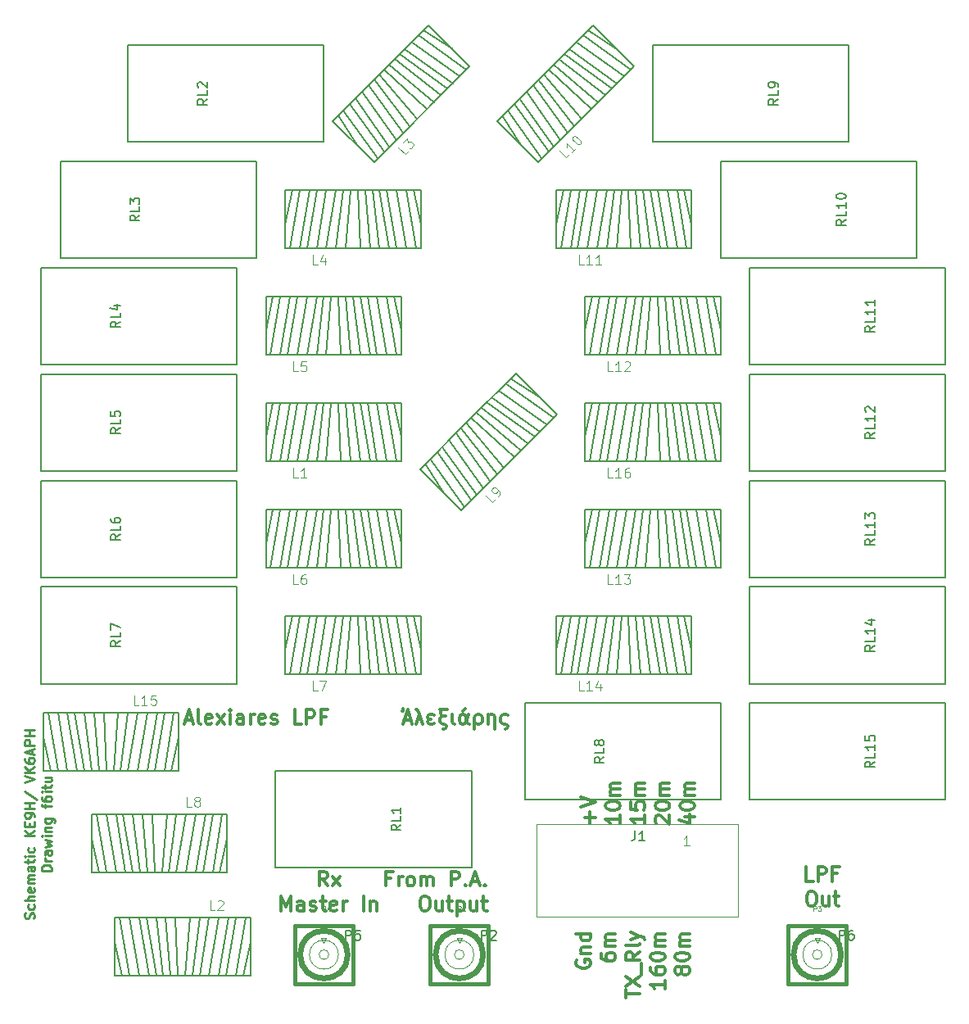
<source format=gbr>
G04 #@! TF.FileFunction,Legend,Top*
%FSLAX46Y46*%
G04 Gerber Fmt 4.6, Leading zero omitted, Abs format (unit mm)*
G04 Created by KiCad (PCBNEW 4.0.7) date 12/14/17 19:40:15*
%MOMM*%
%LPD*%
G01*
G04 APERTURE LIST*
%ADD10C,0.100000*%
%ADD11C,0.300000*%
%ADD12C,0.250000*%
%ADD13C,0.120000*%
%ADD14C,0.150000*%
%ADD15C,0.099060*%
%ADD16C,0.381000*%
%ADD17C,0.125000*%
G04 APERTURE END LIST*
D10*
D11*
X94928572Y-132117857D02*
X94428572Y-132117857D01*
X94428572Y-132903571D02*
X94428572Y-131403571D01*
X95142858Y-131403571D01*
X95714286Y-132903571D02*
X95714286Y-131903571D01*
X95714286Y-132189286D02*
X95785714Y-132046429D01*
X95857143Y-131975000D01*
X96000000Y-131903571D01*
X96142857Y-131903571D01*
X96857143Y-132903571D02*
X96714285Y-132832143D01*
X96642857Y-132760714D01*
X96571428Y-132617857D01*
X96571428Y-132189286D01*
X96642857Y-132046429D01*
X96714285Y-131975000D01*
X96857143Y-131903571D01*
X97071428Y-131903571D01*
X97214285Y-131975000D01*
X97285714Y-132046429D01*
X97357143Y-132189286D01*
X97357143Y-132617857D01*
X97285714Y-132760714D01*
X97214285Y-132832143D01*
X97071428Y-132903571D01*
X96857143Y-132903571D01*
X98000000Y-132903571D02*
X98000000Y-131903571D01*
X98000000Y-132046429D02*
X98071428Y-131975000D01*
X98214286Y-131903571D01*
X98428571Y-131903571D01*
X98571428Y-131975000D01*
X98642857Y-132117857D01*
X98642857Y-132903571D01*
X98642857Y-132117857D02*
X98714286Y-131975000D01*
X98857143Y-131903571D01*
X99071428Y-131903571D01*
X99214286Y-131975000D01*
X99285714Y-132117857D01*
X99285714Y-132903571D01*
X101142857Y-132903571D02*
X101142857Y-131403571D01*
X101714285Y-131403571D01*
X101857143Y-131475000D01*
X101928571Y-131546429D01*
X102000000Y-131689286D01*
X102000000Y-131903571D01*
X101928571Y-132046429D01*
X101857143Y-132117857D01*
X101714285Y-132189286D01*
X101142857Y-132189286D01*
X102642857Y-132760714D02*
X102714285Y-132832143D01*
X102642857Y-132903571D01*
X102571428Y-132832143D01*
X102642857Y-132760714D01*
X102642857Y-132903571D01*
X103285714Y-132475000D02*
X104000000Y-132475000D01*
X103142857Y-132903571D02*
X103642857Y-131403571D01*
X104142857Y-132903571D01*
X104642857Y-132760714D02*
X104714285Y-132832143D01*
X104642857Y-132903571D01*
X104571428Y-132832143D01*
X104642857Y-132760714D01*
X104642857Y-132903571D01*
X98285713Y-133953571D02*
X98571427Y-133953571D01*
X98714285Y-134025000D01*
X98857142Y-134167857D01*
X98928570Y-134453571D01*
X98928570Y-134953571D01*
X98857142Y-135239286D01*
X98714285Y-135382143D01*
X98571427Y-135453571D01*
X98285713Y-135453571D01*
X98142856Y-135382143D01*
X97999999Y-135239286D01*
X97928570Y-134953571D01*
X97928570Y-134453571D01*
X97999999Y-134167857D01*
X98142856Y-134025000D01*
X98285713Y-133953571D01*
X100214285Y-134453571D02*
X100214285Y-135453571D01*
X99571428Y-134453571D02*
X99571428Y-135239286D01*
X99642856Y-135382143D01*
X99785714Y-135453571D01*
X99999999Y-135453571D01*
X100142856Y-135382143D01*
X100214285Y-135310714D01*
X100714285Y-134453571D02*
X101285714Y-134453571D01*
X100928571Y-133953571D02*
X100928571Y-135239286D01*
X100999999Y-135382143D01*
X101142857Y-135453571D01*
X101285714Y-135453571D01*
X101785714Y-134453571D02*
X101785714Y-135953571D01*
X101785714Y-134525000D02*
X101928571Y-134453571D01*
X102214285Y-134453571D01*
X102357142Y-134525000D01*
X102428571Y-134596429D01*
X102500000Y-134739286D01*
X102500000Y-135167857D01*
X102428571Y-135310714D01*
X102357142Y-135382143D01*
X102214285Y-135453571D01*
X101928571Y-135453571D01*
X101785714Y-135382143D01*
X103785714Y-134453571D02*
X103785714Y-135453571D01*
X103142857Y-134453571D02*
X103142857Y-135239286D01*
X103214285Y-135382143D01*
X103357143Y-135453571D01*
X103571428Y-135453571D01*
X103714285Y-135382143D01*
X103785714Y-135310714D01*
X104285714Y-134453571D02*
X104857143Y-134453571D01*
X104500000Y-133953571D02*
X104500000Y-135239286D01*
X104571428Y-135382143D01*
X104714286Y-135453571D01*
X104857143Y-135453571D01*
X96285715Y-115750000D02*
X97000001Y-115750000D01*
X96142858Y-116178571D02*
X96642858Y-114678571D01*
X97142858Y-116178571D01*
X96071430Y-114821429D02*
X96142858Y-114821429D01*
X96214287Y-114750000D01*
X96214287Y-114607143D01*
X97857144Y-115178571D02*
X97500001Y-116178571D01*
X97500001Y-114678571D02*
X97642858Y-114678571D01*
X97714286Y-114750000D01*
X97857144Y-115178571D01*
X98214286Y-116178571D01*
X98928572Y-115678571D02*
X98785715Y-115750000D01*
X98714286Y-115892857D01*
X98714286Y-115964286D01*
X98785715Y-116107143D01*
X98928572Y-116178571D01*
X99214286Y-116178571D01*
X99357143Y-116107143D01*
X99071429Y-115678571D02*
X98928572Y-115678571D01*
X98785715Y-115607143D01*
X98714286Y-115464286D01*
X98714286Y-115392857D01*
X98785715Y-115250000D01*
X98928572Y-115178571D01*
X99214286Y-115178571D01*
X99357143Y-115250000D01*
X100000001Y-114678571D02*
X100714287Y-114678571D01*
X100285715Y-114678571D02*
X100142858Y-114750000D01*
X100071429Y-114892857D01*
X100071429Y-115107143D01*
X100142858Y-115250000D01*
X100285715Y-115321429D01*
X100571429Y-115321429D01*
X100285715Y-115321429D02*
X100142858Y-115392857D01*
X100071429Y-115464286D01*
X100000001Y-115607143D01*
X100000001Y-115892857D01*
X100071429Y-116035714D01*
X100142858Y-116107143D01*
X100285715Y-116178571D01*
X100428572Y-116178571D01*
X100571429Y-116250000D01*
X100642858Y-116392857D01*
X100642858Y-116464286D01*
X100571429Y-116607143D01*
X100428572Y-116678571D01*
X100357144Y-116678571D01*
X101285715Y-115178571D02*
X101285715Y-115964286D01*
X101357143Y-116107143D01*
X101500001Y-116178571D01*
X102928572Y-115178571D02*
X102714286Y-115892857D01*
X102642857Y-116035714D01*
X102571429Y-116107143D01*
X102428572Y-116178571D01*
X102285715Y-116178571D01*
X102142857Y-116107143D01*
X102071429Y-116035714D01*
X102000000Y-115821429D01*
X102000000Y-115535714D01*
X102071429Y-115321429D01*
X102142857Y-115250000D01*
X102285715Y-115178571D01*
X102428572Y-115178571D01*
X102571429Y-115250000D01*
X102642857Y-115321429D01*
X102714286Y-115464286D01*
X102785715Y-115964286D01*
X102857143Y-116107143D01*
X103000000Y-116178571D01*
X102571429Y-114607143D02*
X102357143Y-114821429D01*
X103571429Y-116678571D02*
X103571429Y-115464286D01*
X103642857Y-115321429D01*
X103714286Y-115250000D01*
X103857143Y-115178571D01*
X104071429Y-115178571D01*
X104214286Y-115250000D01*
X104285715Y-115321429D01*
X104357143Y-115464286D01*
X104357143Y-115892857D01*
X104285715Y-116035714D01*
X104214286Y-116107143D01*
X104071429Y-116178571D01*
X103857143Y-116178571D01*
X103714286Y-116107143D01*
X103571429Y-115964286D01*
X105000000Y-115178571D02*
X105000000Y-116178571D01*
X105000000Y-115321429D02*
X105071428Y-115250000D01*
X105214286Y-115178571D01*
X105428571Y-115178571D01*
X105571428Y-115250000D01*
X105642857Y-115392857D01*
X105642857Y-116678571D01*
X107000000Y-115250000D02*
X106857143Y-115178571D01*
X106571429Y-115178571D01*
X106428571Y-115250000D01*
X106357143Y-115321429D01*
X106285714Y-115464286D01*
X106285714Y-115892857D01*
X106357143Y-116035714D01*
X106428571Y-116107143D01*
X106571429Y-116178571D01*
X106785714Y-116178571D01*
X106928571Y-116250000D01*
X107000000Y-116392857D01*
X107000000Y-116464286D01*
X106928571Y-116607143D01*
X106785714Y-116678571D01*
X73678572Y-115750000D02*
X74392858Y-115750000D01*
X73535715Y-116178571D02*
X74035715Y-114678571D01*
X74535715Y-116178571D01*
X75250001Y-116178571D02*
X75107143Y-116107143D01*
X75035715Y-115964286D01*
X75035715Y-114678571D01*
X76392857Y-116107143D02*
X76250000Y-116178571D01*
X75964286Y-116178571D01*
X75821429Y-116107143D01*
X75750000Y-115964286D01*
X75750000Y-115392857D01*
X75821429Y-115250000D01*
X75964286Y-115178571D01*
X76250000Y-115178571D01*
X76392857Y-115250000D01*
X76464286Y-115392857D01*
X76464286Y-115535714D01*
X75750000Y-115678571D01*
X76964286Y-116178571D02*
X77750000Y-115178571D01*
X76964286Y-115178571D02*
X77750000Y-116178571D01*
X78321429Y-116178571D02*
X78321429Y-115178571D01*
X78321429Y-114678571D02*
X78250000Y-114750000D01*
X78321429Y-114821429D01*
X78392857Y-114750000D01*
X78321429Y-114678571D01*
X78321429Y-114821429D01*
X79678572Y-116178571D02*
X79678572Y-115392857D01*
X79607143Y-115250000D01*
X79464286Y-115178571D01*
X79178572Y-115178571D01*
X79035715Y-115250000D01*
X79678572Y-116107143D02*
X79535715Y-116178571D01*
X79178572Y-116178571D01*
X79035715Y-116107143D01*
X78964286Y-115964286D01*
X78964286Y-115821429D01*
X79035715Y-115678571D01*
X79178572Y-115607143D01*
X79535715Y-115607143D01*
X79678572Y-115535714D01*
X80392858Y-116178571D02*
X80392858Y-115178571D01*
X80392858Y-115464286D02*
X80464286Y-115321429D01*
X80535715Y-115250000D01*
X80678572Y-115178571D01*
X80821429Y-115178571D01*
X81892857Y-116107143D02*
X81750000Y-116178571D01*
X81464286Y-116178571D01*
X81321429Y-116107143D01*
X81250000Y-115964286D01*
X81250000Y-115392857D01*
X81321429Y-115250000D01*
X81464286Y-115178571D01*
X81750000Y-115178571D01*
X81892857Y-115250000D01*
X81964286Y-115392857D01*
X81964286Y-115535714D01*
X81250000Y-115678571D01*
X82535714Y-116107143D02*
X82678571Y-116178571D01*
X82964286Y-116178571D01*
X83107143Y-116107143D01*
X83178571Y-115964286D01*
X83178571Y-115892857D01*
X83107143Y-115750000D01*
X82964286Y-115678571D01*
X82750000Y-115678571D01*
X82607143Y-115607143D01*
X82535714Y-115464286D01*
X82535714Y-115392857D01*
X82607143Y-115250000D01*
X82750000Y-115178571D01*
X82964286Y-115178571D01*
X83107143Y-115250000D01*
X85678572Y-116178571D02*
X84964286Y-116178571D01*
X84964286Y-114678571D01*
X86178572Y-116178571D02*
X86178572Y-114678571D01*
X86750000Y-114678571D01*
X86892858Y-114750000D01*
X86964286Y-114821429D01*
X87035715Y-114964286D01*
X87035715Y-115178571D01*
X86964286Y-115321429D01*
X86892858Y-115392857D01*
X86750000Y-115464286D01*
X86178572Y-115464286D01*
X88178572Y-115392857D02*
X87678572Y-115392857D01*
X87678572Y-116178571D02*
X87678572Y-114678571D01*
X88392858Y-114678571D01*
D12*
X58029762Y-136261905D02*
X58077381Y-136119048D01*
X58077381Y-135880952D01*
X58029762Y-135785714D01*
X57982143Y-135738095D01*
X57886905Y-135690476D01*
X57791667Y-135690476D01*
X57696429Y-135738095D01*
X57648810Y-135785714D01*
X57601190Y-135880952D01*
X57553571Y-136071429D01*
X57505952Y-136166667D01*
X57458333Y-136214286D01*
X57363095Y-136261905D01*
X57267857Y-136261905D01*
X57172619Y-136214286D01*
X57125000Y-136166667D01*
X57077381Y-136071429D01*
X57077381Y-135833333D01*
X57125000Y-135690476D01*
X58029762Y-134833333D02*
X58077381Y-134928571D01*
X58077381Y-135119048D01*
X58029762Y-135214286D01*
X57982143Y-135261905D01*
X57886905Y-135309524D01*
X57601190Y-135309524D01*
X57505952Y-135261905D01*
X57458333Y-135214286D01*
X57410714Y-135119048D01*
X57410714Y-134928571D01*
X57458333Y-134833333D01*
X58077381Y-134404762D02*
X57077381Y-134404762D01*
X58077381Y-133976190D02*
X57553571Y-133976190D01*
X57458333Y-134023809D01*
X57410714Y-134119047D01*
X57410714Y-134261905D01*
X57458333Y-134357143D01*
X57505952Y-134404762D01*
X58029762Y-133119047D02*
X58077381Y-133214285D01*
X58077381Y-133404762D01*
X58029762Y-133500000D01*
X57934524Y-133547619D01*
X57553571Y-133547619D01*
X57458333Y-133500000D01*
X57410714Y-133404762D01*
X57410714Y-133214285D01*
X57458333Y-133119047D01*
X57553571Y-133071428D01*
X57648810Y-133071428D01*
X57744048Y-133547619D01*
X58077381Y-132642857D02*
X57410714Y-132642857D01*
X57505952Y-132642857D02*
X57458333Y-132595238D01*
X57410714Y-132500000D01*
X57410714Y-132357142D01*
X57458333Y-132261904D01*
X57553571Y-132214285D01*
X58077381Y-132214285D01*
X57553571Y-132214285D02*
X57458333Y-132166666D01*
X57410714Y-132071428D01*
X57410714Y-131928571D01*
X57458333Y-131833333D01*
X57553571Y-131785714D01*
X58077381Y-131785714D01*
X58077381Y-130880952D02*
X57553571Y-130880952D01*
X57458333Y-130928571D01*
X57410714Y-131023809D01*
X57410714Y-131214286D01*
X57458333Y-131309524D01*
X58029762Y-130880952D02*
X58077381Y-130976190D01*
X58077381Y-131214286D01*
X58029762Y-131309524D01*
X57934524Y-131357143D01*
X57839286Y-131357143D01*
X57744048Y-131309524D01*
X57696429Y-131214286D01*
X57696429Y-130976190D01*
X57648810Y-130880952D01*
X57410714Y-130547619D02*
X57410714Y-130166667D01*
X57077381Y-130404762D02*
X57934524Y-130404762D01*
X58029762Y-130357143D01*
X58077381Y-130261905D01*
X58077381Y-130166667D01*
X58077381Y-129833333D02*
X57410714Y-129833333D01*
X57077381Y-129833333D02*
X57125000Y-129880952D01*
X57172619Y-129833333D01*
X57125000Y-129785714D01*
X57077381Y-129833333D01*
X57172619Y-129833333D01*
X58029762Y-128928571D02*
X58077381Y-129023809D01*
X58077381Y-129214286D01*
X58029762Y-129309524D01*
X57982143Y-129357143D01*
X57886905Y-129404762D01*
X57601190Y-129404762D01*
X57505952Y-129357143D01*
X57458333Y-129309524D01*
X57410714Y-129214286D01*
X57410714Y-129023809D01*
X57458333Y-128928571D01*
X58077381Y-127738095D02*
X57077381Y-127738095D01*
X58077381Y-127166666D02*
X57505952Y-127595238D01*
X57077381Y-127166666D02*
X57648810Y-127738095D01*
X57553571Y-126738095D02*
X57553571Y-126404761D01*
X58077381Y-126261904D02*
X58077381Y-126738095D01*
X57077381Y-126738095D01*
X57077381Y-126261904D01*
X58077381Y-125785714D02*
X58077381Y-125595238D01*
X58029762Y-125499999D01*
X57982143Y-125452380D01*
X57839286Y-125357142D01*
X57648810Y-125309523D01*
X57267857Y-125309523D01*
X57172619Y-125357142D01*
X57125000Y-125404761D01*
X57077381Y-125499999D01*
X57077381Y-125690476D01*
X57125000Y-125785714D01*
X57172619Y-125833333D01*
X57267857Y-125880952D01*
X57505952Y-125880952D01*
X57601190Y-125833333D01*
X57648810Y-125785714D01*
X57696429Y-125690476D01*
X57696429Y-125499999D01*
X57648810Y-125404761D01*
X57601190Y-125357142D01*
X57505952Y-125309523D01*
X58077381Y-124880952D02*
X57077381Y-124880952D01*
X57553571Y-124880952D02*
X57553571Y-124309523D01*
X58077381Y-124309523D02*
X57077381Y-124309523D01*
X57029762Y-123119047D02*
X58315476Y-123976190D01*
X57077381Y-122166666D02*
X58077381Y-121833333D01*
X57077381Y-121499999D01*
X58077381Y-121166666D02*
X57077381Y-121166666D01*
X58077381Y-120595237D02*
X57505952Y-121023809D01*
X57077381Y-120595237D02*
X57648810Y-121166666D01*
X57077381Y-119738094D02*
X57077381Y-119928571D01*
X57125000Y-120023809D01*
X57172619Y-120071428D01*
X57315476Y-120166666D01*
X57505952Y-120214285D01*
X57886905Y-120214285D01*
X57982143Y-120166666D01*
X58029762Y-120119047D01*
X58077381Y-120023809D01*
X58077381Y-119833332D01*
X58029762Y-119738094D01*
X57982143Y-119690475D01*
X57886905Y-119642856D01*
X57648810Y-119642856D01*
X57553571Y-119690475D01*
X57505952Y-119738094D01*
X57458333Y-119833332D01*
X57458333Y-120023809D01*
X57505952Y-120119047D01*
X57553571Y-120166666D01*
X57648810Y-120214285D01*
X57791667Y-119261904D02*
X57791667Y-118785713D01*
X58077381Y-119357142D02*
X57077381Y-119023809D01*
X58077381Y-118690475D01*
X58077381Y-118357142D02*
X57077381Y-118357142D01*
X57077381Y-117976189D01*
X57125000Y-117880951D01*
X57172619Y-117833332D01*
X57267857Y-117785713D01*
X57410714Y-117785713D01*
X57505952Y-117833332D01*
X57553571Y-117880951D01*
X57601190Y-117976189D01*
X57601190Y-118357142D01*
X58077381Y-117357142D02*
X57077381Y-117357142D01*
X57553571Y-117357142D02*
X57553571Y-116785713D01*
X58077381Y-116785713D02*
X57077381Y-116785713D01*
X59827381Y-131309524D02*
X58827381Y-131309524D01*
X58827381Y-131071429D01*
X58875000Y-130928571D01*
X58970238Y-130833333D01*
X59065476Y-130785714D01*
X59255952Y-130738095D01*
X59398810Y-130738095D01*
X59589286Y-130785714D01*
X59684524Y-130833333D01*
X59779762Y-130928571D01*
X59827381Y-131071429D01*
X59827381Y-131309524D01*
X59827381Y-130309524D02*
X59160714Y-130309524D01*
X59351190Y-130309524D02*
X59255952Y-130261905D01*
X59208333Y-130214286D01*
X59160714Y-130119048D01*
X59160714Y-130023809D01*
X59827381Y-129261904D02*
X59303571Y-129261904D01*
X59208333Y-129309523D01*
X59160714Y-129404761D01*
X59160714Y-129595238D01*
X59208333Y-129690476D01*
X59779762Y-129261904D02*
X59827381Y-129357142D01*
X59827381Y-129595238D01*
X59779762Y-129690476D01*
X59684524Y-129738095D01*
X59589286Y-129738095D01*
X59494048Y-129690476D01*
X59446429Y-129595238D01*
X59446429Y-129357142D01*
X59398810Y-129261904D01*
X59160714Y-128880952D02*
X59827381Y-128690476D01*
X59351190Y-128499999D01*
X59827381Y-128309523D01*
X59160714Y-128119047D01*
X59827381Y-127738095D02*
X59160714Y-127738095D01*
X58827381Y-127738095D02*
X58875000Y-127785714D01*
X58922619Y-127738095D01*
X58875000Y-127690476D01*
X58827381Y-127738095D01*
X58922619Y-127738095D01*
X59160714Y-127261905D02*
X59827381Y-127261905D01*
X59255952Y-127261905D02*
X59208333Y-127214286D01*
X59160714Y-127119048D01*
X59160714Y-126976190D01*
X59208333Y-126880952D01*
X59303571Y-126833333D01*
X59827381Y-126833333D01*
X59160714Y-125928571D02*
X59970238Y-125928571D01*
X60065476Y-125976190D01*
X60113095Y-126023809D01*
X60160714Y-126119048D01*
X60160714Y-126261905D01*
X60113095Y-126357143D01*
X59779762Y-125928571D02*
X59827381Y-126023809D01*
X59827381Y-126214286D01*
X59779762Y-126309524D01*
X59732143Y-126357143D01*
X59636905Y-126404762D01*
X59351190Y-126404762D01*
X59255952Y-126357143D01*
X59208333Y-126309524D01*
X59160714Y-126214286D01*
X59160714Y-126023809D01*
X59208333Y-125928571D01*
X59160714Y-124833333D02*
X59160714Y-124452381D01*
X59827381Y-124690476D02*
X58970238Y-124690476D01*
X58875000Y-124642857D01*
X58827381Y-124547619D01*
X58827381Y-124452381D01*
X58827381Y-123690475D02*
X58827381Y-123880952D01*
X58875000Y-123976190D01*
X58922619Y-124023809D01*
X59065476Y-124119047D01*
X59255952Y-124166666D01*
X59636905Y-124166666D01*
X59732143Y-124119047D01*
X59779762Y-124071428D01*
X59827381Y-123976190D01*
X59827381Y-123785713D01*
X59779762Y-123690475D01*
X59732143Y-123642856D01*
X59636905Y-123595237D01*
X59398810Y-123595237D01*
X59303571Y-123642856D01*
X59255952Y-123690475D01*
X59208333Y-123785713D01*
X59208333Y-123976190D01*
X59255952Y-124071428D01*
X59303571Y-124119047D01*
X59398810Y-124166666D01*
X59827381Y-123166666D02*
X59160714Y-123166666D01*
X58827381Y-123166666D02*
X58875000Y-123214285D01*
X58922619Y-123166666D01*
X58875000Y-123119047D01*
X58827381Y-123166666D01*
X58922619Y-123166666D01*
X59160714Y-122833333D02*
X59160714Y-122452381D01*
X58827381Y-122690476D02*
X59684524Y-122690476D01*
X59779762Y-122642857D01*
X59827381Y-122547619D01*
X59827381Y-122452381D01*
X59160714Y-121690475D02*
X59827381Y-121690475D01*
X59160714Y-122119047D02*
X59684524Y-122119047D01*
X59779762Y-122071428D01*
X59827381Y-121976190D01*
X59827381Y-121833332D01*
X59779762Y-121738094D01*
X59732143Y-121690475D01*
D11*
X138571429Y-132403571D02*
X137857143Y-132403571D01*
X137857143Y-130903571D01*
X139071429Y-132403571D02*
X139071429Y-130903571D01*
X139642857Y-130903571D01*
X139785715Y-130975000D01*
X139857143Y-131046429D01*
X139928572Y-131189286D01*
X139928572Y-131403571D01*
X139857143Y-131546429D01*
X139785715Y-131617857D01*
X139642857Y-131689286D01*
X139071429Y-131689286D01*
X141071429Y-131617857D02*
X140571429Y-131617857D01*
X140571429Y-132403571D02*
X140571429Y-130903571D01*
X141285715Y-130903571D01*
X138250000Y-133453571D02*
X138535714Y-133453571D01*
X138678572Y-133525000D01*
X138821429Y-133667857D01*
X138892857Y-133953571D01*
X138892857Y-134453571D01*
X138821429Y-134739286D01*
X138678572Y-134882143D01*
X138535714Y-134953571D01*
X138250000Y-134953571D01*
X138107143Y-134882143D01*
X137964286Y-134739286D01*
X137892857Y-134453571D01*
X137892857Y-133953571D01*
X137964286Y-133667857D01*
X138107143Y-133525000D01*
X138250000Y-133453571D01*
X140178572Y-133953571D02*
X140178572Y-134953571D01*
X139535715Y-133953571D02*
X139535715Y-134739286D01*
X139607143Y-134882143D01*
X139750001Y-134953571D01*
X139964286Y-134953571D01*
X140107143Y-134882143D01*
X140178572Y-134810714D01*
X140678572Y-133953571D02*
X141250001Y-133953571D01*
X140892858Y-133453571D02*
X140892858Y-134739286D01*
X140964286Y-134882143D01*
X141107144Y-134953571D01*
X141250001Y-134953571D01*
X88357143Y-132903571D02*
X87857143Y-132189286D01*
X87500000Y-132903571D02*
X87500000Y-131403571D01*
X88071428Y-131403571D01*
X88214286Y-131475000D01*
X88285714Y-131546429D01*
X88357143Y-131689286D01*
X88357143Y-131903571D01*
X88285714Y-132046429D01*
X88214286Y-132117857D01*
X88071428Y-132189286D01*
X87500000Y-132189286D01*
X88857143Y-132903571D02*
X89642857Y-131903571D01*
X88857143Y-131903571D02*
X89642857Y-132903571D01*
X83571429Y-135453571D02*
X83571429Y-133953571D01*
X84071429Y-135025000D01*
X84571429Y-133953571D01*
X84571429Y-135453571D01*
X85928572Y-135453571D02*
X85928572Y-134667857D01*
X85857143Y-134525000D01*
X85714286Y-134453571D01*
X85428572Y-134453571D01*
X85285715Y-134525000D01*
X85928572Y-135382143D02*
X85785715Y-135453571D01*
X85428572Y-135453571D01*
X85285715Y-135382143D01*
X85214286Y-135239286D01*
X85214286Y-135096429D01*
X85285715Y-134953571D01*
X85428572Y-134882143D01*
X85785715Y-134882143D01*
X85928572Y-134810714D01*
X86571429Y-135382143D02*
X86714286Y-135453571D01*
X87000001Y-135453571D01*
X87142858Y-135382143D01*
X87214286Y-135239286D01*
X87214286Y-135167857D01*
X87142858Y-135025000D01*
X87000001Y-134953571D01*
X86785715Y-134953571D01*
X86642858Y-134882143D01*
X86571429Y-134739286D01*
X86571429Y-134667857D01*
X86642858Y-134525000D01*
X86785715Y-134453571D01*
X87000001Y-134453571D01*
X87142858Y-134525000D01*
X87642858Y-134453571D02*
X88214287Y-134453571D01*
X87857144Y-133953571D02*
X87857144Y-135239286D01*
X87928572Y-135382143D01*
X88071430Y-135453571D01*
X88214287Y-135453571D01*
X89285715Y-135382143D02*
X89142858Y-135453571D01*
X88857144Y-135453571D01*
X88714287Y-135382143D01*
X88642858Y-135239286D01*
X88642858Y-134667857D01*
X88714287Y-134525000D01*
X88857144Y-134453571D01*
X89142858Y-134453571D01*
X89285715Y-134525000D01*
X89357144Y-134667857D01*
X89357144Y-134810714D01*
X88642858Y-134953571D01*
X90000001Y-135453571D02*
X90000001Y-134453571D01*
X90000001Y-134739286D02*
X90071429Y-134596429D01*
X90142858Y-134525000D01*
X90285715Y-134453571D01*
X90428572Y-134453571D01*
X92071429Y-135453571D02*
X92071429Y-133953571D01*
X92785715Y-134453571D02*
X92785715Y-135453571D01*
X92785715Y-134596429D02*
X92857143Y-134525000D01*
X93000001Y-134453571D01*
X93214286Y-134453571D01*
X93357143Y-134525000D01*
X93428572Y-134667857D01*
X93428572Y-135453571D01*
X115507143Y-126392857D02*
X115507143Y-125250000D01*
X116078571Y-125821429D02*
X114935714Y-125821429D01*
X114578571Y-124750000D02*
X116078571Y-124250000D01*
X114578571Y-123750000D01*
X118628571Y-125607143D02*
X118628571Y-126464286D01*
X118628571Y-126035714D02*
X117128571Y-126035714D01*
X117342857Y-126178571D01*
X117485714Y-126321429D01*
X117557143Y-126464286D01*
X117128571Y-124678572D02*
X117128571Y-124535715D01*
X117200000Y-124392858D01*
X117271429Y-124321429D01*
X117414286Y-124250000D01*
X117700000Y-124178572D01*
X118057143Y-124178572D01*
X118342857Y-124250000D01*
X118485714Y-124321429D01*
X118557143Y-124392858D01*
X118628571Y-124535715D01*
X118628571Y-124678572D01*
X118557143Y-124821429D01*
X118485714Y-124892858D01*
X118342857Y-124964286D01*
X118057143Y-125035715D01*
X117700000Y-125035715D01*
X117414286Y-124964286D01*
X117271429Y-124892858D01*
X117200000Y-124821429D01*
X117128571Y-124678572D01*
X118628571Y-123535715D02*
X117628571Y-123535715D01*
X117771429Y-123535715D02*
X117700000Y-123464287D01*
X117628571Y-123321429D01*
X117628571Y-123107144D01*
X117700000Y-122964287D01*
X117842857Y-122892858D01*
X118628571Y-122892858D01*
X117842857Y-122892858D02*
X117700000Y-122821429D01*
X117628571Y-122678572D01*
X117628571Y-122464287D01*
X117700000Y-122321429D01*
X117842857Y-122250001D01*
X118628571Y-122250001D01*
X121178571Y-125607143D02*
X121178571Y-126464286D01*
X121178571Y-126035714D02*
X119678571Y-126035714D01*
X119892857Y-126178571D01*
X120035714Y-126321429D01*
X120107143Y-126464286D01*
X119678571Y-124250000D02*
X119678571Y-124964286D01*
X120392857Y-125035715D01*
X120321429Y-124964286D01*
X120250000Y-124821429D01*
X120250000Y-124464286D01*
X120321429Y-124321429D01*
X120392857Y-124250000D01*
X120535714Y-124178572D01*
X120892857Y-124178572D01*
X121035714Y-124250000D01*
X121107143Y-124321429D01*
X121178571Y-124464286D01*
X121178571Y-124821429D01*
X121107143Y-124964286D01*
X121035714Y-125035715D01*
X121178571Y-123535715D02*
X120178571Y-123535715D01*
X120321429Y-123535715D02*
X120250000Y-123464287D01*
X120178571Y-123321429D01*
X120178571Y-123107144D01*
X120250000Y-122964287D01*
X120392857Y-122892858D01*
X121178571Y-122892858D01*
X120392857Y-122892858D02*
X120250000Y-122821429D01*
X120178571Y-122678572D01*
X120178571Y-122464287D01*
X120250000Y-122321429D01*
X120392857Y-122250001D01*
X121178571Y-122250001D01*
X122371429Y-126464286D02*
X122300000Y-126392857D01*
X122228571Y-126250000D01*
X122228571Y-125892857D01*
X122300000Y-125750000D01*
X122371429Y-125678571D01*
X122514286Y-125607143D01*
X122657143Y-125607143D01*
X122871429Y-125678571D01*
X123728571Y-126535714D01*
X123728571Y-125607143D01*
X122228571Y-124678572D02*
X122228571Y-124535715D01*
X122300000Y-124392858D01*
X122371429Y-124321429D01*
X122514286Y-124250000D01*
X122800000Y-124178572D01*
X123157143Y-124178572D01*
X123442857Y-124250000D01*
X123585714Y-124321429D01*
X123657143Y-124392858D01*
X123728571Y-124535715D01*
X123728571Y-124678572D01*
X123657143Y-124821429D01*
X123585714Y-124892858D01*
X123442857Y-124964286D01*
X123157143Y-125035715D01*
X122800000Y-125035715D01*
X122514286Y-124964286D01*
X122371429Y-124892858D01*
X122300000Y-124821429D01*
X122228571Y-124678572D01*
X123728571Y-123535715D02*
X122728571Y-123535715D01*
X122871429Y-123535715D02*
X122800000Y-123464287D01*
X122728571Y-123321429D01*
X122728571Y-123107144D01*
X122800000Y-122964287D01*
X122942857Y-122892858D01*
X123728571Y-122892858D01*
X122942857Y-122892858D02*
X122800000Y-122821429D01*
X122728571Y-122678572D01*
X122728571Y-122464287D01*
X122800000Y-122321429D01*
X122942857Y-122250001D01*
X123728571Y-122250001D01*
X125278571Y-125750000D02*
X126278571Y-125750000D01*
X124707143Y-126107143D02*
X125778571Y-126464286D01*
X125778571Y-125535714D01*
X124778571Y-124678572D02*
X124778571Y-124535715D01*
X124850000Y-124392858D01*
X124921429Y-124321429D01*
X125064286Y-124250000D01*
X125350000Y-124178572D01*
X125707143Y-124178572D01*
X125992857Y-124250000D01*
X126135714Y-124321429D01*
X126207143Y-124392858D01*
X126278571Y-124535715D01*
X126278571Y-124678572D01*
X126207143Y-124821429D01*
X126135714Y-124892858D01*
X125992857Y-124964286D01*
X125707143Y-125035715D01*
X125350000Y-125035715D01*
X125064286Y-124964286D01*
X124921429Y-124892858D01*
X124850000Y-124821429D01*
X124778571Y-124678572D01*
X126278571Y-123535715D02*
X125278571Y-123535715D01*
X125421429Y-123535715D02*
X125350000Y-123464287D01*
X125278571Y-123321429D01*
X125278571Y-123107144D01*
X125350000Y-122964287D01*
X125492857Y-122892858D01*
X126278571Y-122892858D01*
X125492857Y-122892858D02*
X125350000Y-122821429D01*
X125278571Y-122678572D01*
X125278571Y-122464287D01*
X125350000Y-122321429D01*
X125492857Y-122250001D01*
X126278571Y-122250001D01*
X114150000Y-140571429D02*
X114078571Y-140714286D01*
X114078571Y-140928572D01*
X114150000Y-141142857D01*
X114292857Y-141285715D01*
X114435714Y-141357143D01*
X114721429Y-141428572D01*
X114935714Y-141428572D01*
X115221429Y-141357143D01*
X115364286Y-141285715D01*
X115507143Y-141142857D01*
X115578571Y-140928572D01*
X115578571Y-140785715D01*
X115507143Y-140571429D01*
X115435714Y-140500000D01*
X114935714Y-140500000D01*
X114935714Y-140785715D01*
X114578571Y-139857143D02*
X115578571Y-139857143D01*
X114721429Y-139857143D02*
X114650000Y-139785715D01*
X114578571Y-139642857D01*
X114578571Y-139428572D01*
X114650000Y-139285715D01*
X114792857Y-139214286D01*
X115578571Y-139214286D01*
X115578571Y-137857143D02*
X114078571Y-137857143D01*
X115507143Y-137857143D02*
X115578571Y-138000000D01*
X115578571Y-138285714D01*
X115507143Y-138428572D01*
X115435714Y-138500000D01*
X115292857Y-138571429D01*
X114864286Y-138571429D01*
X114721429Y-138500000D01*
X114650000Y-138428572D01*
X114578571Y-138285714D01*
X114578571Y-138000000D01*
X114650000Y-137857143D01*
X116628571Y-139928571D02*
X116628571Y-140214285D01*
X116700000Y-140357142D01*
X116771429Y-140428571D01*
X116985714Y-140571428D01*
X117271429Y-140642857D01*
X117842857Y-140642857D01*
X117985714Y-140571428D01*
X118057143Y-140500000D01*
X118128571Y-140357142D01*
X118128571Y-140071428D01*
X118057143Y-139928571D01*
X117985714Y-139857142D01*
X117842857Y-139785714D01*
X117485714Y-139785714D01*
X117342857Y-139857142D01*
X117271429Y-139928571D01*
X117200000Y-140071428D01*
X117200000Y-140357142D01*
X117271429Y-140500000D01*
X117342857Y-140571428D01*
X117485714Y-140642857D01*
X118128571Y-139142857D02*
X117128571Y-139142857D01*
X117271429Y-139142857D02*
X117200000Y-139071429D01*
X117128571Y-138928571D01*
X117128571Y-138714286D01*
X117200000Y-138571429D01*
X117342857Y-138500000D01*
X118128571Y-138500000D01*
X117342857Y-138500000D02*
X117200000Y-138428571D01*
X117128571Y-138285714D01*
X117128571Y-138071429D01*
X117200000Y-137928571D01*
X117342857Y-137857143D01*
X118128571Y-137857143D01*
X119178571Y-144499999D02*
X119178571Y-143642856D01*
X120678571Y-144071427D02*
X119178571Y-144071427D01*
X119178571Y-143285713D02*
X120678571Y-142285713D01*
X119178571Y-142285713D02*
X120678571Y-143285713D01*
X120821429Y-142071428D02*
X120821429Y-140928571D01*
X120678571Y-139714285D02*
X119964286Y-140214285D01*
X120678571Y-140571428D02*
X119178571Y-140571428D01*
X119178571Y-140000000D01*
X119250000Y-139857142D01*
X119321429Y-139785714D01*
X119464286Y-139714285D01*
X119678571Y-139714285D01*
X119821429Y-139785714D01*
X119892857Y-139857142D01*
X119964286Y-140000000D01*
X119964286Y-140571428D01*
X120678571Y-138857142D02*
X120607143Y-139000000D01*
X120464286Y-139071428D01*
X119178571Y-139071428D01*
X119678571Y-138428571D02*
X120678571Y-138071428D01*
X119678571Y-137714286D02*
X120678571Y-138071428D01*
X121035714Y-138214286D01*
X121107143Y-138285714D01*
X121178571Y-138428571D01*
X123228571Y-142642856D02*
X123228571Y-143499999D01*
X123228571Y-143071427D02*
X121728571Y-143071427D01*
X121942857Y-143214284D01*
X122085714Y-143357142D01*
X122157143Y-143499999D01*
X121728571Y-141357142D02*
X121728571Y-141642856D01*
X121800000Y-141785713D01*
X121871429Y-141857142D01*
X122085714Y-141999999D01*
X122371429Y-142071428D01*
X122942857Y-142071428D01*
X123085714Y-141999999D01*
X123157143Y-141928571D01*
X123228571Y-141785713D01*
X123228571Y-141499999D01*
X123157143Y-141357142D01*
X123085714Y-141285713D01*
X122942857Y-141214285D01*
X122585714Y-141214285D01*
X122442857Y-141285713D01*
X122371429Y-141357142D01*
X122300000Y-141499999D01*
X122300000Y-141785713D01*
X122371429Y-141928571D01*
X122442857Y-141999999D01*
X122585714Y-142071428D01*
X121728571Y-140285714D02*
X121728571Y-140142857D01*
X121800000Y-140000000D01*
X121871429Y-139928571D01*
X122014286Y-139857142D01*
X122300000Y-139785714D01*
X122657143Y-139785714D01*
X122942857Y-139857142D01*
X123085714Y-139928571D01*
X123157143Y-140000000D01*
X123228571Y-140142857D01*
X123228571Y-140285714D01*
X123157143Y-140428571D01*
X123085714Y-140500000D01*
X122942857Y-140571428D01*
X122657143Y-140642857D01*
X122300000Y-140642857D01*
X122014286Y-140571428D01*
X121871429Y-140500000D01*
X121800000Y-140428571D01*
X121728571Y-140285714D01*
X123228571Y-139142857D02*
X122228571Y-139142857D01*
X122371429Y-139142857D02*
X122300000Y-139071429D01*
X122228571Y-138928571D01*
X122228571Y-138714286D01*
X122300000Y-138571429D01*
X122442857Y-138500000D01*
X123228571Y-138500000D01*
X122442857Y-138500000D02*
X122300000Y-138428571D01*
X122228571Y-138285714D01*
X122228571Y-138071429D01*
X122300000Y-137928571D01*
X122442857Y-137857143D01*
X123228571Y-137857143D01*
X124921429Y-141785713D02*
X124850000Y-141928571D01*
X124778571Y-141999999D01*
X124635714Y-142071428D01*
X124564286Y-142071428D01*
X124421429Y-141999999D01*
X124350000Y-141928571D01*
X124278571Y-141785713D01*
X124278571Y-141499999D01*
X124350000Y-141357142D01*
X124421429Y-141285713D01*
X124564286Y-141214285D01*
X124635714Y-141214285D01*
X124778571Y-141285713D01*
X124850000Y-141357142D01*
X124921429Y-141499999D01*
X124921429Y-141785713D01*
X124992857Y-141928571D01*
X125064286Y-141999999D01*
X125207143Y-142071428D01*
X125492857Y-142071428D01*
X125635714Y-141999999D01*
X125707143Y-141928571D01*
X125778571Y-141785713D01*
X125778571Y-141499999D01*
X125707143Y-141357142D01*
X125635714Y-141285713D01*
X125492857Y-141214285D01*
X125207143Y-141214285D01*
X125064286Y-141285713D01*
X124992857Y-141357142D01*
X124921429Y-141499999D01*
X124278571Y-140285714D02*
X124278571Y-140142857D01*
X124350000Y-140000000D01*
X124421429Y-139928571D01*
X124564286Y-139857142D01*
X124850000Y-139785714D01*
X125207143Y-139785714D01*
X125492857Y-139857142D01*
X125635714Y-139928571D01*
X125707143Y-140000000D01*
X125778571Y-140142857D01*
X125778571Y-140285714D01*
X125707143Y-140428571D01*
X125635714Y-140500000D01*
X125492857Y-140571428D01*
X125207143Y-140642857D01*
X124850000Y-140642857D01*
X124564286Y-140571428D01*
X124421429Y-140500000D01*
X124350000Y-140428571D01*
X124278571Y-140285714D01*
X125778571Y-139142857D02*
X124778571Y-139142857D01*
X124921429Y-139142857D02*
X124850000Y-139071429D01*
X124778571Y-138928571D01*
X124778571Y-138714286D01*
X124850000Y-138571429D01*
X124992857Y-138500000D01*
X125778571Y-138500000D01*
X124992857Y-138500000D02*
X124850000Y-138428571D01*
X124778571Y-138285714D01*
X124778571Y-138071429D01*
X124850000Y-137928571D01*
X124992857Y-137857143D01*
X125778571Y-137857143D01*
D13*
X130830000Y-136070000D02*
X110010000Y-136070000D01*
X110010000Y-136070000D02*
X110010000Y-126470000D01*
X110010000Y-126470000D02*
X130830000Y-126470000D01*
X130830000Y-126470000D02*
X130830000Y-136070000D01*
D14*
X132000000Y-79000000D02*
X132000000Y-69000000D01*
X152250000Y-79000000D02*
X132000000Y-79000000D01*
X152250000Y-69000000D02*
X132000000Y-69000000D01*
X152250000Y-79000000D02*
X152250000Y-69000000D01*
X115750000Y-94000000D02*
X115000000Y-97500000D01*
X116500000Y-94000000D02*
X115500000Y-100000000D01*
X117500000Y-94000000D02*
X116500000Y-100000000D01*
X118250000Y-94000000D02*
X117250000Y-100000000D01*
X119250000Y-94000000D02*
X118250000Y-100000000D01*
X120250000Y-94000000D02*
X119250000Y-100000000D01*
X121000000Y-94000000D02*
X120250000Y-100000000D01*
X128250000Y-94000000D02*
X129000000Y-97500000D01*
X127500000Y-94000000D02*
X128500000Y-100000000D01*
X126500000Y-94000000D02*
X127500000Y-100000000D01*
X125500000Y-94000000D02*
X126500000Y-100000000D01*
X124750000Y-94000000D02*
X125750000Y-100000000D01*
X124000000Y-94000000D02*
X124750000Y-100000000D01*
X123250000Y-94000000D02*
X123750000Y-100000000D01*
X121750000Y-94000000D02*
X121250000Y-100000000D01*
X122500000Y-94000000D02*
X122750000Y-100000000D01*
X122000000Y-94000000D02*
X129000000Y-94000000D01*
X129000000Y-94000000D02*
X129000000Y-100000000D01*
X129000000Y-100000000D02*
X115000000Y-100000000D01*
X115000000Y-100000000D02*
X115000000Y-94000000D01*
X115000000Y-94000000D02*
X122000000Y-94000000D01*
X129000000Y-114000000D02*
X129000000Y-124000000D01*
X108750000Y-114000000D02*
X129000000Y-114000000D01*
X108750000Y-124000000D02*
X129000000Y-124000000D01*
X108750000Y-114000000D02*
X108750000Y-124000000D01*
X88000000Y-46000000D02*
X88000000Y-56000000D01*
X67750000Y-46000000D02*
X88000000Y-46000000D01*
X67750000Y-56000000D02*
X88000000Y-56000000D01*
X67750000Y-46000000D02*
X67750000Y-56000000D01*
X132000000Y-112000000D02*
X132000000Y-102000000D01*
X152250000Y-112000000D02*
X132000000Y-112000000D01*
X152250000Y-102000000D02*
X132000000Y-102000000D01*
X152250000Y-112000000D02*
X152250000Y-102000000D01*
X82750000Y-94000000D02*
X82000000Y-97500000D01*
X83500000Y-94000000D02*
X82500000Y-100000000D01*
X84500000Y-94000000D02*
X83500000Y-100000000D01*
X85250000Y-94000000D02*
X84250000Y-100000000D01*
X86250000Y-94000000D02*
X85250000Y-100000000D01*
X87250000Y-94000000D02*
X86250000Y-100000000D01*
X88000000Y-94000000D02*
X87250000Y-100000000D01*
X95250000Y-94000000D02*
X96000000Y-97500000D01*
X94500000Y-94000000D02*
X95500000Y-100000000D01*
X93500000Y-94000000D02*
X94500000Y-100000000D01*
X92500000Y-94000000D02*
X93500000Y-100000000D01*
X91750000Y-94000000D02*
X92750000Y-100000000D01*
X91000000Y-94000000D02*
X91750000Y-100000000D01*
X90250000Y-94000000D02*
X90750000Y-100000000D01*
X88750000Y-94000000D02*
X88250000Y-100000000D01*
X89500000Y-94000000D02*
X89750000Y-100000000D01*
X89000000Y-94000000D02*
X96000000Y-94000000D01*
X96000000Y-94000000D02*
X96000000Y-100000000D01*
X96000000Y-100000000D02*
X82000000Y-100000000D01*
X82000000Y-100000000D02*
X82000000Y-94000000D01*
X82000000Y-94000000D02*
X89000000Y-94000000D01*
D15*
X102500380Y-140000000D02*
G75*
G03X102500380Y-140000000I-500380J0D01*
G01*
X103501140Y-140000000D02*
G75*
G03X103501140Y-140000000I-1501140J0D01*
G01*
D16*
X104548957Y-140000000D02*
G75*
G03X104548957Y-140000000I-2548957J0D01*
G01*
X99000260Y-137000260D02*
X104999740Y-137000260D01*
X104999740Y-137000260D02*
X104999740Y-142999740D01*
X104999740Y-142999740D02*
X99000260Y-142999740D01*
X99000260Y-142999740D02*
X99000260Y-137000260D01*
X104371904Y-140000000D02*
G75*
G03X104371904Y-140000000I-2371904J0D01*
G01*
D15*
X139500380Y-140000000D02*
G75*
G03X139500380Y-140000000I-500380J0D01*
G01*
X140501140Y-140000000D02*
G75*
G03X140501140Y-140000000I-1501140J0D01*
G01*
D16*
X141548957Y-140000000D02*
G75*
G03X141548957Y-140000000I-2548957J0D01*
G01*
X136000260Y-137000260D02*
X141999740Y-137000260D01*
X141999740Y-137000260D02*
X141999740Y-142999740D01*
X141999740Y-142999740D02*
X136000260Y-142999740D01*
X136000260Y-142999740D02*
X136000260Y-137000260D01*
X141371904Y-140000000D02*
G75*
G03X141371904Y-140000000I-2371904J0D01*
G01*
D15*
X88500380Y-140000000D02*
G75*
G03X88500380Y-140000000I-500380J0D01*
G01*
X89501140Y-140000000D02*
G75*
G03X89501140Y-140000000I-1501140J0D01*
G01*
D16*
X90548957Y-140000000D02*
G75*
G03X90548957Y-140000000I-2548957J0D01*
G01*
X85000260Y-137000260D02*
X90999740Y-137000260D01*
X90999740Y-137000260D02*
X90999740Y-142999740D01*
X90999740Y-142999740D02*
X85000260Y-142999740D01*
X85000260Y-142999740D02*
X85000260Y-137000260D01*
X90371904Y-140000000D02*
G75*
G03X90371904Y-140000000I-2371904J0D01*
G01*
D14*
X82750000Y-83000000D02*
X82000000Y-86500000D01*
X83500000Y-83000000D02*
X82500000Y-89000000D01*
X84500000Y-83000000D02*
X83500000Y-89000000D01*
X85250000Y-83000000D02*
X84250000Y-89000000D01*
X86250000Y-83000000D02*
X85250000Y-89000000D01*
X87250000Y-83000000D02*
X86250000Y-89000000D01*
X88000000Y-83000000D02*
X87250000Y-89000000D01*
X95250000Y-83000000D02*
X96000000Y-86500000D01*
X94500000Y-83000000D02*
X95500000Y-89000000D01*
X93500000Y-83000000D02*
X94500000Y-89000000D01*
X92500000Y-83000000D02*
X93500000Y-89000000D01*
X91750000Y-83000000D02*
X92750000Y-89000000D01*
X91000000Y-83000000D02*
X91750000Y-89000000D01*
X90250000Y-83000000D02*
X90750000Y-89000000D01*
X88750000Y-83000000D02*
X88250000Y-89000000D01*
X89500000Y-83000000D02*
X89750000Y-89000000D01*
X89000000Y-83000000D02*
X96000000Y-83000000D01*
X96000000Y-83000000D02*
X96000000Y-89000000D01*
X96000000Y-89000000D02*
X82000000Y-89000000D01*
X82000000Y-89000000D02*
X82000000Y-83000000D01*
X82000000Y-83000000D02*
X89000000Y-83000000D01*
X79650000Y-142200000D02*
X80400000Y-138700000D01*
X78900000Y-142200000D02*
X79900000Y-136200000D01*
X77900000Y-142200000D02*
X78900000Y-136200000D01*
X77150000Y-142200000D02*
X78150000Y-136200000D01*
X76150000Y-142200000D02*
X77150000Y-136200000D01*
X75150000Y-142200000D02*
X76150000Y-136200000D01*
X74400000Y-142200000D02*
X75150000Y-136200000D01*
X67150000Y-142200000D02*
X66400000Y-138700000D01*
X67900000Y-142200000D02*
X66900000Y-136200000D01*
X68900000Y-142200000D02*
X67900000Y-136200000D01*
X69900000Y-142200000D02*
X68900000Y-136200000D01*
X70650000Y-142200000D02*
X69650000Y-136200000D01*
X71400000Y-142200000D02*
X70650000Y-136200000D01*
X72150000Y-142200000D02*
X71650000Y-136200000D01*
X73650000Y-142200000D02*
X74150000Y-136200000D01*
X72900000Y-142200000D02*
X72650000Y-136200000D01*
X73400000Y-142200000D02*
X66400000Y-142200000D01*
X66400000Y-142200000D02*
X66400000Y-136200000D01*
X66400000Y-136200000D02*
X80400000Y-136200000D01*
X80400000Y-136200000D02*
X80400000Y-142200000D01*
X80400000Y-142200000D02*
X73400000Y-142200000D01*
X89459262Y-53298097D02*
X91403806Y-56303301D01*
X89989592Y-52767767D02*
X93525126Y-57717514D01*
X90696699Y-52060660D02*
X94232233Y-57010408D01*
X91227029Y-51530330D02*
X94762563Y-56480078D01*
X91934136Y-50823223D02*
X95469670Y-55772971D01*
X92641243Y-50116117D02*
X96176777Y-55065864D01*
X93171573Y-49585786D02*
X96883883Y-54358757D01*
X98298097Y-44459262D02*
X101303301Y-46403806D01*
X97767767Y-44989592D02*
X102717514Y-48525126D01*
X97060660Y-45696699D02*
X102010408Y-49232233D01*
X96353553Y-46403806D02*
X101303301Y-49939340D01*
X95823223Y-46934136D02*
X100772971Y-50469670D01*
X95292893Y-47464466D02*
X100065864Y-51176777D01*
X94762563Y-47994796D02*
X99358757Y-51883883D01*
X93701903Y-49055456D02*
X97590990Y-53651650D01*
X94232233Y-48525126D02*
X98651650Y-52590990D01*
X93878680Y-48878680D02*
X98828427Y-43928932D01*
X98828427Y-43928932D02*
X103071068Y-48171573D01*
X103071068Y-48171573D02*
X93171573Y-58071068D01*
X93171573Y-58071068D02*
X88928932Y-53828427D01*
X88928932Y-53828427D02*
X93878680Y-48878680D01*
X84750000Y-61000000D02*
X84000000Y-64500000D01*
X85500000Y-61000000D02*
X84500000Y-67000000D01*
X86500000Y-61000000D02*
X85500000Y-67000000D01*
X87250000Y-61000000D02*
X86250000Y-67000000D01*
X88250000Y-61000000D02*
X87250000Y-67000000D01*
X89250000Y-61000000D02*
X88250000Y-67000000D01*
X90000000Y-61000000D02*
X89250000Y-67000000D01*
X97250000Y-61000000D02*
X98000000Y-64500000D01*
X96500000Y-61000000D02*
X97500000Y-67000000D01*
X95500000Y-61000000D02*
X96500000Y-67000000D01*
X94500000Y-61000000D02*
X95500000Y-67000000D01*
X93750000Y-61000000D02*
X94750000Y-67000000D01*
X93000000Y-61000000D02*
X93750000Y-67000000D01*
X92250000Y-61000000D02*
X92750000Y-67000000D01*
X90750000Y-61000000D02*
X90250000Y-67000000D01*
X91500000Y-61000000D02*
X91750000Y-67000000D01*
X91000000Y-61000000D02*
X98000000Y-61000000D01*
X98000000Y-61000000D02*
X98000000Y-67000000D01*
X98000000Y-67000000D02*
X84000000Y-67000000D01*
X84000000Y-67000000D02*
X84000000Y-61000000D01*
X84000000Y-61000000D02*
X91000000Y-61000000D01*
X82750000Y-72000000D02*
X82000000Y-75500000D01*
X83500000Y-72000000D02*
X82500000Y-78000000D01*
X84500000Y-72000000D02*
X83500000Y-78000000D01*
X85250000Y-72000000D02*
X84250000Y-78000000D01*
X86250000Y-72000000D02*
X85250000Y-78000000D01*
X87250000Y-72000000D02*
X86250000Y-78000000D01*
X88000000Y-72000000D02*
X87250000Y-78000000D01*
X95250000Y-72000000D02*
X96000000Y-75500000D01*
X94500000Y-72000000D02*
X95500000Y-78000000D01*
X93500000Y-72000000D02*
X94500000Y-78000000D01*
X92500000Y-72000000D02*
X93500000Y-78000000D01*
X91750000Y-72000000D02*
X92750000Y-78000000D01*
X91000000Y-72000000D02*
X91750000Y-78000000D01*
X90250000Y-72000000D02*
X90750000Y-78000000D01*
X88750000Y-72000000D02*
X88250000Y-78000000D01*
X89500000Y-72000000D02*
X89750000Y-78000000D01*
X89000000Y-72000000D02*
X96000000Y-72000000D01*
X96000000Y-72000000D02*
X96000000Y-78000000D01*
X96000000Y-78000000D02*
X82000000Y-78000000D01*
X82000000Y-78000000D02*
X82000000Y-72000000D01*
X82000000Y-72000000D02*
X89000000Y-72000000D01*
X84750000Y-105000000D02*
X84000000Y-108500000D01*
X85500000Y-105000000D02*
X84500000Y-111000000D01*
X86500000Y-105000000D02*
X85500000Y-111000000D01*
X87250000Y-105000000D02*
X86250000Y-111000000D01*
X88250000Y-105000000D02*
X87250000Y-111000000D01*
X89250000Y-105000000D02*
X88250000Y-111000000D01*
X90000000Y-105000000D02*
X89250000Y-111000000D01*
X97250000Y-105000000D02*
X98000000Y-108500000D01*
X96500000Y-105000000D02*
X97500000Y-111000000D01*
X95500000Y-105000000D02*
X96500000Y-111000000D01*
X94500000Y-105000000D02*
X95500000Y-111000000D01*
X93750000Y-105000000D02*
X94750000Y-111000000D01*
X93000000Y-105000000D02*
X93750000Y-111000000D01*
X92250000Y-105000000D02*
X92750000Y-111000000D01*
X90750000Y-105000000D02*
X90250000Y-111000000D01*
X91500000Y-105000000D02*
X91750000Y-111000000D01*
X91000000Y-105000000D02*
X98000000Y-105000000D01*
X98000000Y-105000000D02*
X98000000Y-111000000D01*
X98000000Y-111000000D02*
X84000000Y-111000000D01*
X84000000Y-111000000D02*
X84000000Y-105000000D01*
X84000000Y-105000000D02*
X91000000Y-105000000D01*
X77250000Y-131500000D02*
X78000000Y-128000000D01*
X76500000Y-131500000D02*
X77500000Y-125500000D01*
X75500000Y-131500000D02*
X76500000Y-125500000D01*
X74750000Y-131500000D02*
X75750000Y-125500000D01*
X73750000Y-131500000D02*
X74750000Y-125500000D01*
X72750000Y-131500000D02*
X73750000Y-125500000D01*
X72000000Y-131500000D02*
X72750000Y-125500000D01*
X64750000Y-131500000D02*
X64000000Y-128000000D01*
X65500000Y-131500000D02*
X64500000Y-125500000D01*
X66500000Y-131500000D02*
X65500000Y-125500000D01*
X67500000Y-131500000D02*
X66500000Y-125500000D01*
X68250000Y-131500000D02*
X67250000Y-125500000D01*
X69000000Y-131500000D02*
X68250000Y-125500000D01*
X69750000Y-131500000D02*
X69250000Y-125500000D01*
X71250000Y-131500000D02*
X71750000Y-125500000D01*
X70500000Y-131500000D02*
X70250000Y-125500000D01*
X71000000Y-131500000D02*
X64000000Y-131500000D01*
X64000000Y-131500000D02*
X64000000Y-125500000D01*
X64000000Y-125500000D02*
X78000000Y-125500000D01*
X78000000Y-125500000D02*
X78000000Y-131500000D01*
X78000000Y-131500000D02*
X71000000Y-131500000D01*
X106459262Y-53298097D02*
X108403806Y-56303301D01*
X106989592Y-52767767D02*
X110525126Y-57717514D01*
X107696699Y-52060660D02*
X111232233Y-57010408D01*
X108227029Y-51530330D02*
X111762563Y-56480078D01*
X108934136Y-50823223D02*
X112469670Y-55772971D01*
X109641243Y-50116117D02*
X113176777Y-55065864D01*
X110171573Y-49585786D02*
X113883883Y-54358757D01*
X115298097Y-44459262D02*
X118303301Y-46403806D01*
X114767767Y-44989592D02*
X119717514Y-48525126D01*
X114060660Y-45696699D02*
X119010408Y-49232233D01*
X113353553Y-46403806D02*
X118303301Y-49939340D01*
X112823223Y-46934136D02*
X117772971Y-50469670D01*
X112292893Y-47464466D02*
X117065864Y-51176777D01*
X111762563Y-47994796D02*
X116358757Y-51883883D01*
X110701903Y-49055456D02*
X114590990Y-53651650D01*
X111232233Y-48525126D02*
X115651650Y-52590990D01*
X110878680Y-48878680D02*
X115828427Y-43928932D01*
X115828427Y-43928932D02*
X120071068Y-48171573D01*
X120071068Y-48171573D02*
X110171573Y-58071068D01*
X110171573Y-58071068D02*
X105928932Y-53828427D01*
X105928932Y-53828427D02*
X110878680Y-48878680D01*
X112750000Y-61000000D02*
X112000000Y-64500000D01*
X113500000Y-61000000D02*
X112500000Y-67000000D01*
X114500000Y-61000000D02*
X113500000Y-67000000D01*
X115250000Y-61000000D02*
X114250000Y-67000000D01*
X116250000Y-61000000D02*
X115250000Y-67000000D01*
X117250000Y-61000000D02*
X116250000Y-67000000D01*
X118000000Y-61000000D02*
X117250000Y-67000000D01*
X125250000Y-61000000D02*
X126000000Y-64500000D01*
X124500000Y-61000000D02*
X125500000Y-67000000D01*
X123500000Y-61000000D02*
X124500000Y-67000000D01*
X122500000Y-61000000D02*
X123500000Y-67000000D01*
X121750000Y-61000000D02*
X122750000Y-67000000D01*
X121000000Y-61000000D02*
X121750000Y-67000000D01*
X120250000Y-61000000D02*
X120750000Y-67000000D01*
X118750000Y-61000000D02*
X118250000Y-67000000D01*
X119500000Y-61000000D02*
X119750000Y-67000000D01*
X119000000Y-61000000D02*
X126000000Y-61000000D01*
X126000000Y-61000000D02*
X126000000Y-67000000D01*
X126000000Y-67000000D02*
X112000000Y-67000000D01*
X112000000Y-67000000D02*
X112000000Y-61000000D01*
X112000000Y-61000000D02*
X119000000Y-61000000D01*
X115750000Y-72000000D02*
X115000000Y-75500000D01*
X116500000Y-72000000D02*
X115500000Y-78000000D01*
X117500000Y-72000000D02*
X116500000Y-78000000D01*
X118250000Y-72000000D02*
X117250000Y-78000000D01*
X119250000Y-72000000D02*
X118250000Y-78000000D01*
X120250000Y-72000000D02*
X119250000Y-78000000D01*
X121000000Y-72000000D02*
X120250000Y-78000000D01*
X128250000Y-72000000D02*
X129000000Y-75500000D01*
X127500000Y-72000000D02*
X128500000Y-78000000D01*
X126500000Y-72000000D02*
X127500000Y-78000000D01*
X125500000Y-72000000D02*
X126500000Y-78000000D01*
X124750000Y-72000000D02*
X125750000Y-78000000D01*
X124000000Y-72000000D02*
X124750000Y-78000000D01*
X123250000Y-72000000D02*
X123750000Y-78000000D01*
X121750000Y-72000000D02*
X121250000Y-78000000D01*
X122500000Y-72000000D02*
X122750000Y-78000000D01*
X122000000Y-72000000D02*
X129000000Y-72000000D01*
X129000000Y-72000000D02*
X129000000Y-78000000D01*
X129000000Y-78000000D02*
X115000000Y-78000000D01*
X115000000Y-78000000D02*
X115000000Y-72000000D01*
X115000000Y-72000000D02*
X122000000Y-72000000D01*
X112750000Y-105000000D02*
X112000000Y-108500000D01*
X113500000Y-105000000D02*
X112500000Y-111000000D01*
X114500000Y-105000000D02*
X113500000Y-111000000D01*
X115250000Y-105000000D02*
X114250000Y-111000000D01*
X116250000Y-105000000D02*
X115250000Y-111000000D01*
X117250000Y-105000000D02*
X116250000Y-111000000D01*
X118000000Y-105000000D02*
X117250000Y-111000000D01*
X125250000Y-105000000D02*
X126000000Y-108500000D01*
X124500000Y-105000000D02*
X125500000Y-111000000D01*
X123500000Y-105000000D02*
X124500000Y-111000000D01*
X122500000Y-105000000D02*
X123500000Y-111000000D01*
X121750000Y-105000000D02*
X122750000Y-111000000D01*
X121000000Y-105000000D02*
X121750000Y-111000000D01*
X120250000Y-105000000D02*
X120750000Y-111000000D01*
X118750000Y-105000000D02*
X118250000Y-111000000D01*
X119500000Y-105000000D02*
X119750000Y-111000000D01*
X119000000Y-105000000D02*
X126000000Y-105000000D01*
X126000000Y-105000000D02*
X126000000Y-111000000D01*
X126000000Y-111000000D02*
X112000000Y-111000000D01*
X112000000Y-111000000D02*
X112000000Y-105000000D01*
X112000000Y-105000000D02*
X119000000Y-105000000D01*
X72250000Y-121000000D02*
X73000000Y-117500000D01*
X71500000Y-121000000D02*
X72500000Y-115000000D01*
X70500000Y-121000000D02*
X71500000Y-115000000D01*
X69750000Y-121000000D02*
X70750000Y-115000000D01*
X68750000Y-121000000D02*
X69750000Y-115000000D01*
X67750000Y-121000000D02*
X68750000Y-115000000D01*
X67000000Y-121000000D02*
X67750000Y-115000000D01*
X59750000Y-121000000D02*
X59000000Y-117500000D01*
X60500000Y-121000000D02*
X59500000Y-115000000D01*
X61500000Y-121000000D02*
X60500000Y-115000000D01*
X62500000Y-121000000D02*
X61500000Y-115000000D01*
X63250000Y-121000000D02*
X62250000Y-115000000D01*
X64000000Y-121000000D02*
X63250000Y-115000000D01*
X64750000Y-121000000D02*
X64250000Y-115000000D01*
X66250000Y-121000000D02*
X66750000Y-115000000D01*
X65500000Y-121000000D02*
X65250000Y-115000000D01*
X66000000Y-121000000D02*
X59000000Y-121000000D01*
X59000000Y-121000000D02*
X59000000Y-115000000D01*
X59000000Y-115000000D02*
X73000000Y-115000000D01*
X73000000Y-115000000D02*
X73000000Y-121000000D01*
X73000000Y-121000000D02*
X66000000Y-121000000D01*
X115750000Y-83000000D02*
X115000000Y-86500000D01*
X116500000Y-83000000D02*
X115500000Y-89000000D01*
X117500000Y-83000000D02*
X116500000Y-89000000D01*
X118250000Y-83000000D02*
X117250000Y-89000000D01*
X119250000Y-83000000D02*
X118250000Y-89000000D01*
X120250000Y-83000000D02*
X119250000Y-89000000D01*
X121000000Y-83000000D02*
X120250000Y-89000000D01*
X128250000Y-83000000D02*
X129000000Y-86500000D01*
X127500000Y-83000000D02*
X128500000Y-89000000D01*
X126500000Y-83000000D02*
X127500000Y-89000000D01*
X125500000Y-83000000D02*
X126500000Y-89000000D01*
X124750000Y-83000000D02*
X125750000Y-89000000D01*
X124000000Y-83000000D02*
X124750000Y-89000000D01*
X123250000Y-83000000D02*
X123750000Y-89000000D01*
X121750000Y-83000000D02*
X121250000Y-89000000D01*
X122500000Y-83000000D02*
X122750000Y-89000000D01*
X122000000Y-83000000D02*
X129000000Y-83000000D01*
X129000000Y-83000000D02*
X129000000Y-89000000D01*
X129000000Y-89000000D02*
X115000000Y-89000000D01*
X115000000Y-89000000D02*
X115000000Y-83000000D01*
X115000000Y-83000000D02*
X122000000Y-83000000D01*
X83000000Y-131000000D02*
X83000000Y-121000000D01*
X103250000Y-131000000D02*
X83000000Y-131000000D01*
X103250000Y-121000000D02*
X83000000Y-121000000D01*
X103250000Y-131000000D02*
X103250000Y-121000000D01*
X81000000Y-58000000D02*
X81000000Y-68000000D01*
X60750000Y-58000000D02*
X81000000Y-58000000D01*
X60750000Y-68000000D02*
X81000000Y-68000000D01*
X60750000Y-58000000D02*
X60750000Y-68000000D01*
X79000000Y-69000000D02*
X79000000Y-79000000D01*
X58750000Y-69000000D02*
X79000000Y-69000000D01*
X58750000Y-79000000D02*
X79000000Y-79000000D01*
X58750000Y-69000000D02*
X58750000Y-79000000D01*
X79000000Y-80000000D02*
X79000000Y-90000000D01*
X58750000Y-80000000D02*
X79000000Y-80000000D01*
X58750000Y-90000000D02*
X79000000Y-90000000D01*
X58750000Y-80000000D02*
X58750000Y-90000000D01*
X79000000Y-91000000D02*
X79000000Y-101000000D01*
X58750000Y-91000000D02*
X79000000Y-91000000D01*
X58750000Y-101000000D02*
X79000000Y-101000000D01*
X58750000Y-91000000D02*
X58750000Y-101000000D01*
X79000000Y-102000000D02*
X79000000Y-112000000D01*
X58750000Y-102000000D02*
X79000000Y-102000000D01*
X58750000Y-112000000D02*
X79000000Y-112000000D01*
X58750000Y-102000000D02*
X58750000Y-112000000D01*
X122000000Y-56000000D02*
X122000000Y-46000000D01*
X142250000Y-56000000D02*
X122000000Y-56000000D01*
X142250000Y-46000000D02*
X122000000Y-46000000D01*
X142250000Y-56000000D02*
X142250000Y-46000000D01*
X129000000Y-68000000D02*
X129000000Y-58000000D01*
X149250000Y-68000000D02*
X129000000Y-68000000D01*
X149250000Y-58000000D02*
X129000000Y-58000000D01*
X149250000Y-68000000D02*
X149250000Y-58000000D01*
X132000000Y-90000000D02*
X132000000Y-80000000D01*
X152250000Y-90000000D02*
X132000000Y-90000000D01*
X152250000Y-80000000D02*
X132000000Y-80000000D01*
X152250000Y-90000000D02*
X152250000Y-80000000D01*
X132000000Y-101000000D02*
X132000000Y-91000000D01*
X152250000Y-101000000D02*
X132000000Y-101000000D01*
X152250000Y-91000000D02*
X132000000Y-91000000D01*
X152250000Y-101000000D02*
X152250000Y-91000000D01*
X132000000Y-124000000D02*
X132000000Y-114000000D01*
X152250000Y-124000000D02*
X132000000Y-124000000D01*
X152250000Y-114000000D02*
X132000000Y-114000000D01*
X152250000Y-124000000D02*
X152250000Y-114000000D01*
X98459262Y-89298097D02*
X100403806Y-92303301D01*
X98989592Y-88767767D02*
X102525126Y-93717514D01*
X99696699Y-88060660D02*
X103232233Y-93010408D01*
X100227029Y-87530330D02*
X103762563Y-92480078D01*
X100934136Y-86823223D02*
X104469670Y-91772971D01*
X101641243Y-86116117D02*
X105176777Y-91065864D01*
X102171573Y-85585786D02*
X105883883Y-90358757D01*
X107298097Y-80459262D02*
X110303301Y-82403806D01*
X106767767Y-80989592D02*
X111717514Y-84525126D01*
X106060660Y-81696699D02*
X111010408Y-85232233D01*
X105353553Y-82403806D02*
X110303301Y-85939340D01*
X104823223Y-82934136D02*
X109772971Y-86469670D01*
X104292893Y-83464466D02*
X109065864Y-87176777D01*
X103762563Y-83994796D02*
X108358757Y-87883883D01*
X102701903Y-85055456D02*
X106590990Y-89651650D01*
X103232233Y-84525126D02*
X107651650Y-88590990D01*
X102878680Y-84878680D02*
X107828427Y-79928932D01*
X107828427Y-79928932D02*
X112071068Y-84171573D01*
X112071068Y-84171573D02*
X102171573Y-94071068D01*
X102171573Y-94071068D02*
X97928932Y-89828427D01*
X97928932Y-89828427D02*
X102878680Y-84878680D01*
D13*
X101750000Y-138290000D02*
X102000000Y-138790000D01*
X102250000Y-138290000D02*
X101750000Y-138290000D01*
X102000000Y-138790000D02*
X102250000Y-138290000D01*
X87750000Y-138290000D02*
X88000000Y-138790000D01*
X88250000Y-138290000D02*
X87750000Y-138290000D01*
X88000000Y-138790000D02*
X88250000Y-138290000D01*
X138750000Y-138290000D02*
X139000000Y-138790000D01*
X139250000Y-138290000D02*
X138750000Y-138290000D01*
X139000000Y-138790000D02*
X139250000Y-138290000D01*
D14*
X120166667Y-127202381D02*
X120166667Y-127916667D01*
X120119047Y-128059524D01*
X120023809Y-128154762D01*
X119880952Y-128202381D01*
X119785714Y-128202381D01*
X121166667Y-128202381D02*
X120595238Y-128202381D01*
X120880952Y-128202381D02*
X120880952Y-127202381D01*
X120785714Y-127345238D01*
X120690476Y-127440476D01*
X120595238Y-127488095D01*
D13*
X125765715Y-128732381D02*
X125194286Y-128732381D01*
X125480000Y-128732381D02*
X125480000Y-127732381D01*
X125384762Y-127875238D01*
X125289524Y-127970476D01*
X125194286Y-128018095D01*
D14*
X144952381Y-75047619D02*
X144476190Y-75380953D01*
X144952381Y-75619048D02*
X143952381Y-75619048D01*
X143952381Y-75238095D01*
X144000000Y-75142857D01*
X144047619Y-75095238D01*
X144142857Y-75047619D01*
X144285714Y-75047619D01*
X144380952Y-75095238D01*
X144428571Y-75142857D01*
X144476190Y-75238095D01*
X144476190Y-75619048D01*
X144952381Y-74142857D02*
X144952381Y-74619048D01*
X143952381Y-74619048D01*
X144952381Y-73285714D02*
X144952381Y-73857143D01*
X144952381Y-73571429D02*
X143952381Y-73571429D01*
X144095238Y-73666667D01*
X144190476Y-73761905D01*
X144238095Y-73857143D01*
X144952381Y-72333333D02*
X144952381Y-72904762D01*
X144952381Y-72619048D02*
X143952381Y-72619048D01*
X144095238Y-72714286D01*
X144190476Y-72809524D01*
X144238095Y-72904762D01*
D17*
X117857143Y-101702381D02*
X117380952Y-101702381D01*
X117380952Y-100702381D01*
X118714286Y-101702381D02*
X118142857Y-101702381D01*
X118428571Y-101702381D02*
X118428571Y-100702381D01*
X118333333Y-100845238D01*
X118238095Y-100940476D01*
X118142857Y-100988095D01*
X119047619Y-100702381D02*
X119666667Y-100702381D01*
X119333333Y-101083333D01*
X119476191Y-101083333D01*
X119571429Y-101130952D01*
X119619048Y-101178571D01*
X119666667Y-101273810D01*
X119666667Y-101511905D01*
X119619048Y-101607143D01*
X119571429Y-101654762D01*
X119476191Y-101702381D01*
X119190476Y-101702381D01*
X119095238Y-101654762D01*
X119047619Y-101607143D01*
D14*
X116952381Y-119571428D02*
X116476190Y-119904762D01*
X116952381Y-120142857D02*
X115952381Y-120142857D01*
X115952381Y-119761904D01*
X116000000Y-119666666D01*
X116047619Y-119619047D01*
X116142857Y-119571428D01*
X116285714Y-119571428D01*
X116380952Y-119619047D01*
X116428571Y-119666666D01*
X116476190Y-119761904D01*
X116476190Y-120142857D01*
X116952381Y-118666666D02*
X116952381Y-119142857D01*
X115952381Y-119142857D01*
X116380952Y-118190476D02*
X116333333Y-118285714D01*
X116285714Y-118333333D01*
X116190476Y-118380952D01*
X116142857Y-118380952D01*
X116047619Y-118333333D01*
X116000000Y-118285714D01*
X115952381Y-118190476D01*
X115952381Y-117999999D01*
X116000000Y-117904761D01*
X116047619Y-117857142D01*
X116142857Y-117809523D01*
X116190476Y-117809523D01*
X116285714Y-117857142D01*
X116333333Y-117904761D01*
X116380952Y-117999999D01*
X116380952Y-118190476D01*
X116428571Y-118285714D01*
X116476190Y-118333333D01*
X116571429Y-118380952D01*
X116761905Y-118380952D01*
X116857143Y-118333333D01*
X116904762Y-118285714D01*
X116952381Y-118190476D01*
X116952381Y-117999999D01*
X116904762Y-117904761D01*
X116857143Y-117857142D01*
X116761905Y-117809523D01*
X116571429Y-117809523D01*
X116476190Y-117857142D01*
X116428571Y-117904761D01*
X116380952Y-117999999D01*
X75952381Y-51571428D02*
X75476190Y-51904762D01*
X75952381Y-52142857D02*
X74952381Y-52142857D01*
X74952381Y-51761904D01*
X75000000Y-51666666D01*
X75047619Y-51619047D01*
X75142857Y-51571428D01*
X75285714Y-51571428D01*
X75380952Y-51619047D01*
X75428571Y-51666666D01*
X75476190Y-51761904D01*
X75476190Y-52142857D01*
X75952381Y-50666666D02*
X75952381Y-51142857D01*
X74952381Y-51142857D01*
X75047619Y-50380952D02*
X75000000Y-50333333D01*
X74952381Y-50238095D01*
X74952381Y-49999999D01*
X75000000Y-49904761D01*
X75047619Y-49857142D01*
X75142857Y-49809523D01*
X75238095Y-49809523D01*
X75380952Y-49857142D01*
X75952381Y-50428571D01*
X75952381Y-49809523D01*
X144952381Y-108047619D02*
X144476190Y-108380953D01*
X144952381Y-108619048D02*
X143952381Y-108619048D01*
X143952381Y-108238095D01*
X144000000Y-108142857D01*
X144047619Y-108095238D01*
X144142857Y-108047619D01*
X144285714Y-108047619D01*
X144380952Y-108095238D01*
X144428571Y-108142857D01*
X144476190Y-108238095D01*
X144476190Y-108619048D01*
X144952381Y-107142857D02*
X144952381Y-107619048D01*
X143952381Y-107619048D01*
X144952381Y-106285714D02*
X144952381Y-106857143D01*
X144952381Y-106571429D02*
X143952381Y-106571429D01*
X144095238Y-106666667D01*
X144190476Y-106761905D01*
X144238095Y-106857143D01*
X144285714Y-105428571D02*
X144952381Y-105428571D01*
X143904762Y-105666667D02*
X144619048Y-105904762D01*
X144619048Y-105285714D01*
D17*
X85333334Y-101702381D02*
X84857143Y-101702381D01*
X84857143Y-100702381D01*
X86095239Y-100702381D02*
X85904762Y-100702381D01*
X85809524Y-100750000D01*
X85761905Y-100797619D01*
X85666667Y-100940476D01*
X85619048Y-101130952D01*
X85619048Y-101511905D01*
X85666667Y-101607143D01*
X85714286Y-101654762D01*
X85809524Y-101702381D01*
X86000001Y-101702381D01*
X86095239Y-101654762D01*
X86142858Y-101607143D01*
X86190477Y-101511905D01*
X86190477Y-101273810D01*
X86142858Y-101178571D01*
X86095239Y-101130952D01*
X86000001Y-101083333D01*
X85809524Y-101083333D01*
X85714286Y-101130952D01*
X85666667Y-101178571D01*
X85619048Y-101273810D01*
D10*
X101880953Y-135476190D02*
X101880953Y-134976190D01*
X102071429Y-134976190D01*
X102119048Y-135000000D01*
X102142857Y-135023810D01*
X102166667Y-135071429D01*
X102166667Y-135142857D01*
X102142857Y-135190476D01*
X102119048Y-135214286D01*
X102071429Y-135238095D01*
X101880953Y-135238095D01*
X102642857Y-135476190D02*
X102357143Y-135476190D01*
X102500000Y-135476190D02*
X102500000Y-134976190D01*
X102452381Y-135047619D01*
X102404762Y-135095238D01*
X102357143Y-135119048D01*
X138630953Y-135476190D02*
X138630953Y-134976190D01*
X138821429Y-134976190D01*
X138869048Y-135000000D01*
X138892857Y-135023810D01*
X138916667Y-135071429D01*
X138916667Y-135142857D01*
X138892857Y-135190476D01*
X138869048Y-135214286D01*
X138821429Y-135238095D01*
X138630953Y-135238095D01*
X139083334Y-134976190D02*
X139392857Y-134976190D01*
X139226191Y-135166667D01*
X139297619Y-135166667D01*
X139345238Y-135190476D01*
X139369048Y-135214286D01*
X139392857Y-135261905D01*
X139392857Y-135380952D01*
X139369048Y-135428571D01*
X139345238Y-135452381D01*
X139297619Y-135476190D01*
X139154762Y-135476190D01*
X139107143Y-135452381D01*
X139083334Y-135428571D01*
X87880953Y-135476190D02*
X87880953Y-134976190D01*
X88071429Y-134976190D01*
X88119048Y-135000000D01*
X88142857Y-135023810D01*
X88166667Y-135071429D01*
X88166667Y-135142857D01*
X88142857Y-135190476D01*
X88119048Y-135214286D01*
X88071429Y-135238095D01*
X87880953Y-135238095D01*
X88595238Y-135142857D02*
X88595238Y-135476190D01*
X88476191Y-134952381D02*
X88357143Y-135309524D01*
X88666667Y-135309524D01*
D17*
X85333334Y-90702381D02*
X84857143Y-90702381D01*
X84857143Y-89702381D01*
X86190477Y-90702381D02*
X85619048Y-90702381D01*
X85904762Y-90702381D02*
X85904762Y-89702381D01*
X85809524Y-89845238D01*
X85714286Y-89940476D01*
X85619048Y-89988095D01*
X76733334Y-135402381D02*
X76257143Y-135402381D01*
X76257143Y-134402381D01*
X77019048Y-134497619D02*
X77066667Y-134450000D01*
X77161905Y-134402381D01*
X77400001Y-134402381D01*
X77495239Y-134450000D01*
X77542858Y-134497619D01*
X77590477Y-134592857D01*
X77590477Y-134688095D01*
X77542858Y-134830952D01*
X76971429Y-135402381D01*
X77590477Y-135402381D01*
X96732361Y-56917810D02*
X96395643Y-57254528D01*
X95688536Y-56547421D01*
X96193613Y-56042345D02*
X96631346Y-55604612D01*
X96665017Y-56109688D01*
X96766033Y-56008673D01*
X96867048Y-55975001D01*
X96934391Y-55975001D01*
X97035407Y-56008673D01*
X97203766Y-56177032D01*
X97237437Y-56278047D01*
X97237437Y-56345390D01*
X97203766Y-56446406D01*
X97001735Y-56648437D01*
X96900720Y-56682108D01*
X96833376Y-56682108D01*
X87333334Y-68702381D02*
X86857143Y-68702381D01*
X86857143Y-67702381D01*
X88095239Y-68035714D02*
X88095239Y-68702381D01*
X87857143Y-67654762D02*
X87619048Y-68369048D01*
X88238096Y-68369048D01*
X85333334Y-79702381D02*
X84857143Y-79702381D01*
X84857143Y-78702381D01*
X86142858Y-78702381D02*
X85666667Y-78702381D01*
X85619048Y-79178571D01*
X85666667Y-79130952D01*
X85761905Y-79083333D01*
X86000001Y-79083333D01*
X86095239Y-79130952D01*
X86142858Y-79178571D01*
X86190477Y-79273810D01*
X86190477Y-79511905D01*
X86142858Y-79607143D01*
X86095239Y-79654762D01*
X86000001Y-79702381D01*
X85761905Y-79702381D01*
X85666667Y-79654762D01*
X85619048Y-79607143D01*
X87333334Y-112702381D02*
X86857143Y-112702381D01*
X86857143Y-111702381D01*
X87571429Y-111702381D02*
X88238096Y-111702381D01*
X87809524Y-112702381D01*
X74333334Y-124702381D02*
X73857143Y-124702381D01*
X73857143Y-123702381D01*
X74809524Y-124130952D02*
X74714286Y-124083333D01*
X74666667Y-124035714D01*
X74619048Y-123940476D01*
X74619048Y-123892857D01*
X74666667Y-123797619D01*
X74714286Y-123750000D01*
X74809524Y-123702381D01*
X75000001Y-123702381D01*
X75095239Y-123750000D01*
X75142858Y-123797619D01*
X75190477Y-123892857D01*
X75190477Y-123940476D01*
X75142858Y-124035714D01*
X75095239Y-124083333D01*
X75000001Y-124130952D01*
X74809524Y-124130952D01*
X74714286Y-124178571D01*
X74666667Y-124226190D01*
X74619048Y-124321429D01*
X74619048Y-124511905D01*
X74666667Y-124607143D01*
X74714286Y-124654762D01*
X74809524Y-124702381D01*
X75000001Y-124702381D01*
X75095239Y-124654762D01*
X75142858Y-124607143D01*
X75190477Y-124511905D01*
X75190477Y-124321429D01*
X75142858Y-124226190D01*
X75095239Y-124178571D01*
X75000001Y-124130952D01*
X113395643Y-57254528D02*
X113058925Y-57591246D01*
X112351818Y-56884139D01*
X114001735Y-56648437D02*
X113597673Y-57052498D01*
X113799704Y-56850468D02*
X113092597Y-56143361D01*
X113126269Y-56311719D01*
X113126269Y-56446406D01*
X113092597Y-56547421D01*
X113732360Y-55503597D02*
X113799704Y-55436253D01*
X113900720Y-55402582D01*
X113968063Y-55402582D01*
X114069078Y-55436253D01*
X114237437Y-55537268D01*
X114405796Y-55705628D01*
X114506811Y-55873986D01*
X114540483Y-55975002D01*
X114540483Y-56042345D01*
X114506811Y-56143360D01*
X114439467Y-56210704D01*
X114338452Y-56244376D01*
X114271108Y-56244376D01*
X114170093Y-56210704D01*
X114001735Y-56109689D01*
X113833375Y-55941330D01*
X113732360Y-55772971D01*
X113698689Y-55671956D01*
X113698689Y-55604613D01*
X113732360Y-55503597D01*
X114857143Y-68702381D02*
X114380952Y-68702381D01*
X114380952Y-67702381D01*
X115714286Y-68702381D02*
X115142857Y-68702381D01*
X115428571Y-68702381D02*
X115428571Y-67702381D01*
X115333333Y-67845238D01*
X115238095Y-67940476D01*
X115142857Y-67988095D01*
X116666667Y-68702381D02*
X116095238Y-68702381D01*
X116380952Y-68702381D02*
X116380952Y-67702381D01*
X116285714Y-67845238D01*
X116190476Y-67940476D01*
X116095238Y-67988095D01*
X117857143Y-79702381D02*
X117380952Y-79702381D01*
X117380952Y-78702381D01*
X118714286Y-79702381D02*
X118142857Y-79702381D01*
X118428571Y-79702381D02*
X118428571Y-78702381D01*
X118333333Y-78845238D01*
X118238095Y-78940476D01*
X118142857Y-78988095D01*
X119095238Y-78797619D02*
X119142857Y-78750000D01*
X119238095Y-78702381D01*
X119476191Y-78702381D01*
X119571429Y-78750000D01*
X119619048Y-78797619D01*
X119666667Y-78892857D01*
X119666667Y-78988095D01*
X119619048Y-79130952D01*
X119047619Y-79702381D01*
X119666667Y-79702381D01*
X114857143Y-112702381D02*
X114380952Y-112702381D01*
X114380952Y-111702381D01*
X115714286Y-112702381D02*
X115142857Y-112702381D01*
X115428571Y-112702381D02*
X115428571Y-111702381D01*
X115333333Y-111845238D01*
X115238095Y-111940476D01*
X115142857Y-111988095D01*
X116571429Y-112035714D02*
X116571429Y-112702381D01*
X116333333Y-111654762D02*
X116095238Y-112369048D01*
X116714286Y-112369048D01*
X68857143Y-114202381D02*
X68380952Y-114202381D01*
X68380952Y-113202381D01*
X69714286Y-114202381D02*
X69142857Y-114202381D01*
X69428571Y-114202381D02*
X69428571Y-113202381D01*
X69333333Y-113345238D01*
X69238095Y-113440476D01*
X69142857Y-113488095D01*
X70619048Y-113202381D02*
X70142857Y-113202381D01*
X70095238Y-113678571D01*
X70142857Y-113630952D01*
X70238095Y-113583333D01*
X70476191Y-113583333D01*
X70571429Y-113630952D01*
X70619048Y-113678571D01*
X70666667Y-113773810D01*
X70666667Y-114011905D01*
X70619048Y-114107143D01*
X70571429Y-114154762D01*
X70476191Y-114202381D01*
X70238095Y-114202381D01*
X70142857Y-114154762D01*
X70095238Y-114107143D01*
X117857143Y-90702381D02*
X117380952Y-90702381D01*
X117380952Y-89702381D01*
X118714286Y-90702381D02*
X118142857Y-90702381D01*
X118428571Y-90702381D02*
X118428571Y-89702381D01*
X118333333Y-89845238D01*
X118238095Y-89940476D01*
X118142857Y-89988095D01*
X119571429Y-89702381D02*
X119380952Y-89702381D01*
X119285714Y-89750000D01*
X119238095Y-89797619D01*
X119142857Y-89940476D01*
X119095238Y-90130952D01*
X119095238Y-90511905D01*
X119142857Y-90607143D01*
X119190476Y-90654762D01*
X119285714Y-90702381D01*
X119476191Y-90702381D01*
X119571429Y-90654762D01*
X119619048Y-90607143D01*
X119666667Y-90511905D01*
X119666667Y-90273810D01*
X119619048Y-90178571D01*
X119571429Y-90130952D01*
X119476191Y-90083333D01*
X119285714Y-90083333D01*
X119190476Y-90130952D01*
X119142857Y-90178571D01*
X119095238Y-90273810D01*
D14*
X95952381Y-126571428D02*
X95476190Y-126904762D01*
X95952381Y-127142857D02*
X94952381Y-127142857D01*
X94952381Y-126761904D01*
X95000000Y-126666666D01*
X95047619Y-126619047D01*
X95142857Y-126571428D01*
X95285714Y-126571428D01*
X95380952Y-126619047D01*
X95428571Y-126666666D01*
X95476190Y-126761904D01*
X95476190Y-127142857D01*
X95952381Y-125666666D02*
X95952381Y-126142857D01*
X94952381Y-126142857D01*
X95952381Y-124809523D02*
X95952381Y-125380952D01*
X95952381Y-125095238D02*
X94952381Y-125095238D01*
X95095238Y-125190476D01*
X95190476Y-125285714D01*
X95238095Y-125380952D01*
X68952381Y-63571428D02*
X68476190Y-63904762D01*
X68952381Y-64142857D02*
X67952381Y-64142857D01*
X67952381Y-63761904D01*
X68000000Y-63666666D01*
X68047619Y-63619047D01*
X68142857Y-63571428D01*
X68285714Y-63571428D01*
X68380952Y-63619047D01*
X68428571Y-63666666D01*
X68476190Y-63761904D01*
X68476190Y-64142857D01*
X68952381Y-62666666D02*
X68952381Y-63142857D01*
X67952381Y-63142857D01*
X67952381Y-62428571D02*
X67952381Y-61809523D01*
X68333333Y-62142857D01*
X68333333Y-61999999D01*
X68380952Y-61904761D01*
X68428571Y-61857142D01*
X68523810Y-61809523D01*
X68761905Y-61809523D01*
X68857143Y-61857142D01*
X68904762Y-61904761D01*
X68952381Y-61999999D01*
X68952381Y-62285714D01*
X68904762Y-62380952D01*
X68857143Y-62428571D01*
X66952381Y-74571428D02*
X66476190Y-74904762D01*
X66952381Y-75142857D02*
X65952381Y-75142857D01*
X65952381Y-74761904D01*
X66000000Y-74666666D01*
X66047619Y-74619047D01*
X66142857Y-74571428D01*
X66285714Y-74571428D01*
X66380952Y-74619047D01*
X66428571Y-74666666D01*
X66476190Y-74761904D01*
X66476190Y-75142857D01*
X66952381Y-73666666D02*
X66952381Y-74142857D01*
X65952381Y-74142857D01*
X66285714Y-72904761D02*
X66952381Y-72904761D01*
X65904762Y-73142857D02*
X66619048Y-73380952D01*
X66619048Y-72761904D01*
X66952381Y-85571428D02*
X66476190Y-85904762D01*
X66952381Y-86142857D02*
X65952381Y-86142857D01*
X65952381Y-85761904D01*
X66000000Y-85666666D01*
X66047619Y-85619047D01*
X66142857Y-85571428D01*
X66285714Y-85571428D01*
X66380952Y-85619047D01*
X66428571Y-85666666D01*
X66476190Y-85761904D01*
X66476190Y-86142857D01*
X66952381Y-84666666D02*
X66952381Y-85142857D01*
X65952381Y-85142857D01*
X65952381Y-83857142D02*
X65952381Y-84333333D01*
X66428571Y-84380952D01*
X66380952Y-84333333D01*
X66333333Y-84238095D01*
X66333333Y-83999999D01*
X66380952Y-83904761D01*
X66428571Y-83857142D01*
X66523810Y-83809523D01*
X66761905Y-83809523D01*
X66857143Y-83857142D01*
X66904762Y-83904761D01*
X66952381Y-83999999D01*
X66952381Y-84238095D01*
X66904762Y-84333333D01*
X66857143Y-84380952D01*
X66952381Y-96571428D02*
X66476190Y-96904762D01*
X66952381Y-97142857D02*
X65952381Y-97142857D01*
X65952381Y-96761904D01*
X66000000Y-96666666D01*
X66047619Y-96619047D01*
X66142857Y-96571428D01*
X66285714Y-96571428D01*
X66380952Y-96619047D01*
X66428571Y-96666666D01*
X66476190Y-96761904D01*
X66476190Y-97142857D01*
X66952381Y-95666666D02*
X66952381Y-96142857D01*
X65952381Y-96142857D01*
X65952381Y-94904761D02*
X65952381Y-95095238D01*
X66000000Y-95190476D01*
X66047619Y-95238095D01*
X66190476Y-95333333D01*
X66380952Y-95380952D01*
X66761905Y-95380952D01*
X66857143Y-95333333D01*
X66904762Y-95285714D01*
X66952381Y-95190476D01*
X66952381Y-94999999D01*
X66904762Y-94904761D01*
X66857143Y-94857142D01*
X66761905Y-94809523D01*
X66523810Y-94809523D01*
X66428571Y-94857142D01*
X66380952Y-94904761D01*
X66333333Y-94999999D01*
X66333333Y-95190476D01*
X66380952Y-95285714D01*
X66428571Y-95333333D01*
X66523810Y-95380952D01*
X66952381Y-107571428D02*
X66476190Y-107904762D01*
X66952381Y-108142857D02*
X65952381Y-108142857D01*
X65952381Y-107761904D01*
X66000000Y-107666666D01*
X66047619Y-107619047D01*
X66142857Y-107571428D01*
X66285714Y-107571428D01*
X66380952Y-107619047D01*
X66428571Y-107666666D01*
X66476190Y-107761904D01*
X66476190Y-108142857D01*
X66952381Y-106666666D02*
X66952381Y-107142857D01*
X65952381Y-107142857D01*
X65952381Y-106428571D02*
X65952381Y-105761904D01*
X66952381Y-106190476D01*
X134952381Y-51571428D02*
X134476190Y-51904762D01*
X134952381Y-52142857D02*
X133952381Y-52142857D01*
X133952381Y-51761904D01*
X134000000Y-51666666D01*
X134047619Y-51619047D01*
X134142857Y-51571428D01*
X134285714Y-51571428D01*
X134380952Y-51619047D01*
X134428571Y-51666666D01*
X134476190Y-51761904D01*
X134476190Y-52142857D01*
X134952381Y-50666666D02*
X134952381Y-51142857D01*
X133952381Y-51142857D01*
X134952381Y-50285714D02*
X134952381Y-50095238D01*
X134904762Y-49999999D01*
X134857143Y-49952380D01*
X134714286Y-49857142D01*
X134523810Y-49809523D01*
X134142857Y-49809523D01*
X134047619Y-49857142D01*
X134000000Y-49904761D01*
X133952381Y-49999999D01*
X133952381Y-50190476D01*
X134000000Y-50285714D01*
X134047619Y-50333333D01*
X134142857Y-50380952D01*
X134380952Y-50380952D01*
X134476190Y-50333333D01*
X134523810Y-50285714D01*
X134571429Y-50190476D01*
X134571429Y-49999999D01*
X134523810Y-49904761D01*
X134476190Y-49857142D01*
X134380952Y-49809523D01*
X141952381Y-64047619D02*
X141476190Y-64380953D01*
X141952381Y-64619048D02*
X140952381Y-64619048D01*
X140952381Y-64238095D01*
X141000000Y-64142857D01*
X141047619Y-64095238D01*
X141142857Y-64047619D01*
X141285714Y-64047619D01*
X141380952Y-64095238D01*
X141428571Y-64142857D01*
X141476190Y-64238095D01*
X141476190Y-64619048D01*
X141952381Y-63142857D02*
X141952381Y-63619048D01*
X140952381Y-63619048D01*
X141952381Y-62285714D02*
X141952381Y-62857143D01*
X141952381Y-62571429D02*
X140952381Y-62571429D01*
X141095238Y-62666667D01*
X141190476Y-62761905D01*
X141238095Y-62857143D01*
X140952381Y-61666667D02*
X140952381Y-61571428D01*
X141000000Y-61476190D01*
X141047619Y-61428571D01*
X141142857Y-61380952D01*
X141333333Y-61333333D01*
X141571429Y-61333333D01*
X141761905Y-61380952D01*
X141857143Y-61428571D01*
X141904762Y-61476190D01*
X141952381Y-61571428D01*
X141952381Y-61666667D01*
X141904762Y-61761905D01*
X141857143Y-61809524D01*
X141761905Y-61857143D01*
X141571429Y-61904762D01*
X141333333Y-61904762D01*
X141142857Y-61857143D01*
X141047619Y-61809524D01*
X141000000Y-61761905D01*
X140952381Y-61666667D01*
X144952381Y-86047619D02*
X144476190Y-86380953D01*
X144952381Y-86619048D02*
X143952381Y-86619048D01*
X143952381Y-86238095D01*
X144000000Y-86142857D01*
X144047619Y-86095238D01*
X144142857Y-86047619D01*
X144285714Y-86047619D01*
X144380952Y-86095238D01*
X144428571Y-86142857D01*
X144476190Y-86238095D01*
X144476190Y-86619048D01*
X144952381Y-85142857D02*
X144952381Y-85619048D01*
X143952381Y-85619048D01*
X144952381Y-84285714D02*
X144952381Y-84857143D01*
X144952381Y-84571429D02*
X143952381Y-84571429D01*
X144095238Y-84666667D01*
X144190476Y-84761905D01*
X144238095Y-84857143D01*
X144047619Y-83904762D02*
X144000000Y-83857143D01*
X143952381Y-83761905D01*
X143952381Y-83523809D01*
X144000000Y-83428571D01*
X144047619Y-83380952D01*
X144142857Y-83333333D01*
X144238095Y-83333333D01*
X144380952Y-83380952D01*
X144952381Y-83952381D01*
X144952381Y-83333333D01*
X144952381Y-97047619D02*
X144476190Y-97380953D01*
X144952381Y-97619048D02*
X143952381Y-97619048D01*
X143952381Y-97238095D01*
X144000000Y-97142857D01*
X144047619Y-97095238D01*
X144142857Y-97047619D01*
X144285714Y-97047619D01*
X144380952Y-97095238D01*
X144428571Y-97142857D01*
X144476190Y-97238095D01*
X144476190Y-97619048D01*
X144952381Y-96142857D02*
X144952381Y-96619048D01*
X143952381Y-96619048D01*
X144952381Y-95285714D02*
X144952381Y-95857143D01*
X144952381Y-95571429D02*
X143952381Y-95571429D01*
X144095238Y-95666667D01*
X144190476Y-95761905D01*
X144238095Y-95857143D01*
X143952381Y-94952381D02*
X143952381Y-94333333D01*
X144333333Y-94666667D01*
X144333333Y-94523809D01*
X144380952Y-94428571D01*
X144428571Y-94380952D01*
X144523810Y-94333333D01*
X144761905Y-94333333D01*
X144857143Y-94380952D01*
X144904762Y-94428571D01*
X144952381Y-94523809D01*
X144952381Y-94809524D01*
X144904762Y-94904762D01*
X144857143Y-94952381D01*
X144952381Y-120047619D02*
X144476190Y-120380953D01*
X144952381Y-120619048D02*
X143952381Y-120619048D01*
X143952381Y-120238095D01*
X144000000Y-120142857D01*
X144047619Y-120095238D01*
X144142857Y-120047619D01*
X144285714Y-120047619D01*
X144380952Y-120095238D01*
X144428571Y-120142857D01*
X144476190Y-120238095D01*
X144476190Y-120619048D01*
X144952381Y-119142857D02*
X144952381Y-119619048D01*
X143952381Y-119619048D01*
X144952381Y-118285714D02*
X144952381Y-118857143D01*
X144952381Y-118571429D02*
X143952381Y-118571429D01*
X144095238Y-118666667D01*
X144190476Y-118761905D01*
X144238095Y-118857143D01*
X143952381Y-117380952D02*
X143952381Y-117857143D01*
X144428571Y-117904762D01*
X144380952Y-117857143D01*
X144333333Y-117761905D01*
X144333333Y-117523809D01*
X144380952Y-117428571D01*
X144428571Y-117380952D01*
X144523810Y-117333333D01*
X144761905Y-117333333D01*
X144857143Y-117380952D01*
X144904762Y-117428571D01*
X144952381Y-117523809D01*
X144952381Y-117761905D01*
X144904762Y-117857143D01*
X144857143Y-117904762D01*
D17*
X105732361Y-92917810D02*
X105395643Y-93254528D01*
X104688536Y-92547421D01*
X106001735Y-92648437D02*
X106136422Y-92513750D01*
X106170094Y-92412734D01*
X106170094Y-92345390D01*
X106136422Y-92177032D01*
X106035407Y-92008673D01*
X105766033Y-91739299D01*
X105665018Y-91705627D01*
X105597674Y-91705627D01*
X105496659Y-91739299D01*
X105361971Y-91873986D01*
X105328300Y-91975002D01*
X105328300Y-92042345D01*
X105361971Y-92143360D01*
X105530330Y-92311719D01*
X105631345Y-92345390D01*
X105698689Y-92345391D01*
X105799704Y-92311719D01*
X105934392Y-92177032D01*
X105968064Y-92076017D01*
X105968063Y-92008673D01*
X105934391Y-91907657D01*
D14*
X104261905Y-138492381D02*
X104261905Y-137492381D01*
X104642858Y-137492381D01*
X104738096Y-137540000D01*
X104785715Y-137587619D01*
X104833334Y-137682857D01*
X104833334Y-137825714D01*
X104785715Y-137920952D01*
X104738096Y-137968571D01*
X104642858Y-138016190D01*
X104261905Y-138016190D01*
X105214286Y-137587619D02*
X105261905Y-137540000D01*
X105357143Y-137492381D01*
X105595239Y-137492381D01*
X105690477Y-137540000D01*
X105738096Y-137587619D01*
X105785715Y-137682857D01*
X105785715Y-137778095D01*
X105738096Y-137920952D01*
X105166667Y-138492381D01*
X105785715Y-138492381D01*
X90261905Y-138492381D02*
X90261905Y-137492381D01*
X90642858Y-137492381D01*
X90738096Y-137540000D01*
X90785715Y-137587619D01*
X90833334Y-137682857D01*
X90833334Y-137825714D01*
X90785715Y-137920952D01*
X90738096Y-137968571D01*
X90642858Y-138016190D01*
X90261905Y-138016190D01*
X91738096Y-137492381D02*
X91261905Y-137492381D01*
X91214286Y-137968571D01*
X91261905Y-137920952D01*
X91357143Y-137873333D01*
X91595239Y-137873333D01*
X91690477Y-137920952D01*
X91738096Y-137968571D01*
X91785715Y-138063810D01*
X91785715Y-138301905D01*
X91738096Y-138397143D01*
X91690477Y-138444762D01*
X91595239Y-138492381D01*
X91357143Y-138492381D01*
X91261905Y-138444762D01*
X91214286Y-138397143D01*
X141261905Y-138492381D02*
X141261905Y-137492381D01*
X141642858Y-137492381D01*
X141738096Y-137540000D01*
X141785715Y-137587619D01*
X141833334Y-137682857D01*
X141833334Y-137825714D01*
X141785715Y-137920952D01*
X141738096Y-137968571D01*
X141642858Y-138016190D01*
X141261905Y-138016190D01*
X142690477Y-137492381D02*
X142500000Y-137492381D01*
X142404762Y-137540000D01*
X142357143Y-137587619D01*
X142261905Y-137730476D01*
X142214286Y-137920952D01*
X142214286Y-138301905D01*
X142261905Y-138397143D01*
X142309524Y-138444762D01*
X142404762Y-138492381D01*
X142595239Y-138492381D01*
X142690477Y-138444762D01*
X142738096Y-138397143D01*
X142785715Y-138301905D01*
X142785715Y-138063810D01*
X142738096Y-137968571D01*
X142690477Y-137920952D01*
X142595239Y-137873333D01*
X142404762Y-137873333D01*
X142309524Y-137920952D01*
X142261905Y-137968571D01*
X142214286Y-138063810D01*
M02*

</source>
